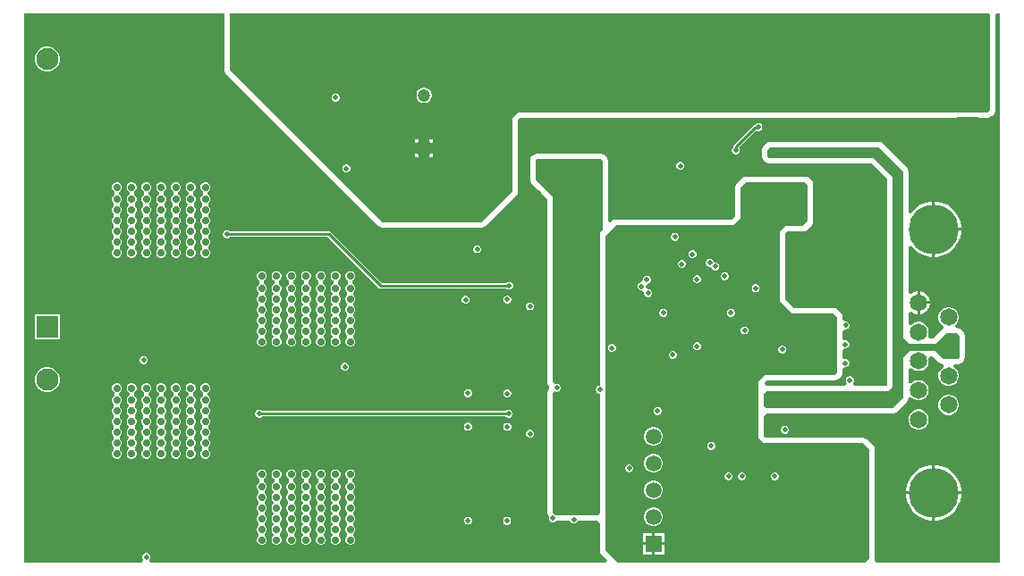
<source format=gbr>
%TF.GenerationSoftware,Altium Limited,Altium Designer,24.6.1 (21)*%
G04 Layer_Physical_Order=3*
G04 Layer_Color=16440176*
%FSLAX45Y45*%
%MOMM*%
%TF.SameCoordinates,FD53202A-208C-403B-AAB2-15DF5564725B*%
%TF.FilePolarity,Positive*%
%TF.FileFunction,Copper,L3,Inr,Signal*%
%TF.Part,Single*%
G01*
G75*
%TA.AperFunction,Conductor*%
%ADD39C,0.25400*%
%TA.AperFunction,ComponentPad*%
%ADD43C,2.10000*%
%ADD44R,2.10000X2.10000*%
%ADD45C,1.20000*%
%ADD46R,1.20000X1.20000*%
%ADD47C,1.65000*%
%ADD48C,4.72500*%
%ADD49C,1.50000*%
%ADD50R,1.50000X1.50000*%
%TA.AperFunction,ViaPad*%
%ADD51C,0.70000*%
%ADD52C,0.50000*%
%ADD53C,0.80000*%
G36*
X11709400Y12344400D02*
Y11442700D01*
X11684000Y11417300D01*
X7239000D01*
X7188200Y11366500D01*
Y10668000D01*
X6896100Y10375900D01*
X5956300D01*
X5842000Y10490200D01*
X4508500Y11823700D01*
Y12356602D01*
X11697198D01*
X11709400Y12344400D01*
D02*
G37*
G36*
X9982200Y10731500D02*
Y10388600D01*
X9931400Y10337800D01*
X9766300D01*
X9715500Y10287000D01*
Y9626600D01*
X9829800Y9512300D01*
X10223500D01*
X10261600Y9474200D01*
Y8953500D01*
X10236200Y8928100D01*
X9575800D01*
X9512300Y8864600D01*
Y8331200D01*
X9563100Y8280400D01*
X10502900D01*
X10566400Y8216900D01*
Y7188200D01*
X10528798Y7150598D01*
X8178302D01*
X8064500Y7264400D01*
X8064500Y10248900D01*
X8166100Y10350500D01*
X9283699Y10350499D01*
X9347200Y10414000D01*
Y10706100D01*
X9398000Y10756900D01*
X9956800D01*
X9982200Y10731500D01*
D02*
G37*
G36*
X11797802Y7150598D02*
X10632920D01*
X10627683Y7155586D01*
X10615768Y7175998D01*
X10618195Y7188200D01*
Y8216900D01*
X10614253Y8236721D01*
X10603025Y8253525D01*
X10539525Y8317025D01*
X10522721Y8328253D01*
X10502900Y8332195D01*
X9584554D01*
X9564095Y8352654D01*
Y8537761D01*
X9588500Y8558805D01*
X10782300D01*
X10802121Y8562747D01*
X10818925Y8573975D01*
X10920525Y8675575D01*
X10931753Y8692379D01*
X10935122Y8709319D01*
X10940168Y8712764D01*
X10941819Y8713519D01*
X10961095Y8717672D01*
X10973246Y8705521D01*
X10994954Y8692988D01*
X11019167Y8686500D01*
X11044233D01*
X11068446Y8692988D01*
X11090154Y8705521D01*
X11107879Y8723246D01*
X11120412Y8744954D01*
X11126900Y8769167D01*
Y8794233D01*
X11120412Y8818446D01*
X11107879Y8840154D01*
X11090154Y8857879D01*
X11068446Y8870412D01*
X11044233Y8876900D01*
X11019167D01*
X10994954Y8870412D01*
X10973246Y8857879D01*
X10961095Y8845728D01*
X10937889Y8852930D01*
X10935695Y8854520D01*
Y8985880D01*
X10937889Y8987470D01*
X10961095Y8994672D01*
X10973246Y8982521D01*
X10994954Y8969988D01*
X11019167Y8963500D01*
X11044233D01*
X11068446Y8969988D01*
X11090154Y8982521D01*
X11107879Y9000246D01*
X11120412Y9021955D01*
X11126900Y9046167D01*
Y9071234D01*
X11124684Y9079505D01*
X11142733Y9104905D01*
X11167246D01*
X11228275Y9043875D01*
X11245079Y9032647D01*
X11263067Y9029069D01*
X11265623Y9024476D01*
X11269242Y9003305D01*
X11257246Y8996379D01*
X11239521Y8978654D01*
X11226988Y8956946D01*
X11220500Y8932733D01*
Y8907667D01*
X11226988Y8883454D01*
X11239521Y8861746D01*
X11257246Y8844021D01*
X11278954Y8831488D01*
X11303167Y8825000D01*
X11328233D01*
X11352446Y8831488D01*
X11374154Y8844021D01*
X11391879Y8861746D01*
X11404412Y8883454D01*
X11410900Y8907667D01*
Y8932733D01*
X11404412Y8956946D01*
X11391879Y8978654D01*
X11374154Y8996379D01*
X11362158Y9003305D01*
X11368964Y9028705D01*
X11404600D01*
X11424421Y9032647D01*
X11441225Y9043875D01*
X11441225Y9043876D01*
X11453924Y9056575D01*
X11453925Y9056575D01*
X11465153Y9073379D01*
X11469095Y9093200D01*
X11469095Y9301660D01*
X11465153Y9321481D01*
X11453925Y9338285D01*
X11433786Y9358425D01*
X11416982Y9369653D01*
X11397161Y9373595D01*
X11382647D01*
X11375371Y9394522D01*
X11375128Y9398995D01*
X11391879Y9415746D01*
X11404412Y9437454D01*
X11410900Y9461667D01*
Y9486733D01*
X11404412Y9510946D01*
X11391879Y9532654D01*
X11374154Y9550379D01*
X11352446Y9562912D01*
X11328233Y9569400D01*
X11303167D01*
X11278954Y9562912D01*
X11257246Y9550379D01*
X11239521Y9532654D01*
X11226988Y9510946D01*
X11220500Y9486733D01*
Y9461667D01*
X11226988Y9437454D01*
X11239521Y9415746D01*
X11257246Y9398021D01*
X11264462Y9393855D01*
X11265891Y9388104D01*
X11263573Y9365038D01*
X11253675Y9358425D01*
X11167246Y9271995D01*
X11134177D01*
X11119512Y9297395D01*
X11120412Y9298954D01*
X11126900Y9323167D01*
Y9348234D01*
X11120412Y9372446D01*
X11107879Y9394154D01*
X11090154Y9411879D01*
X11068446Y9424412D01*
X11044233Y9430900D01*
X11019167D01*
X10994954Y9424412D01*
X10973246Y9411879D01*
X10961095Y9399728D01*
X10937890Y9406930D01*
X10935695Y9408520D01*
Y9520190D01*
X10961095Y9530711D01*
X10965448Y9526359D01*
X10990052Y9512153D01*
X11017495Y9504800D01*
X11019000D01*
Y9612701D01*
Y9720600D01*
X11017495D01*
X10990052Y9713247D01*
X10965448Y9699042D01*
X10961095Y9694689D01*
X10935695Y9705210D01*
Y10147724D01*
X10961095Y10155429D01*
X10970463Y10141408D01*
X11006908Y10104963D01*
X11049762Y10076329D01*
X11097380Y10056605D01*
X11147930Y10046550D01*
X11161000D01*
Y10308200D01*
Y10569850D01*
X11147930D01*
X11097380Y10559795D01*
X11049762Y10540071D01*
X11006908Y10511437D01*
X10970463Y10474992D01*
X10961095Y10460971D01*
X10935695Y10468677D01*
Y10858500D01*
X10931752Y10878321D01*
X10920524Y10895125D01*
X10920523Y10895125D01*
X10691925Y11123725D01*
X10675121Y11134953D01*
X10655300Y11138895D01*
X9626600D01*
X9606779Y11134953D01*
X9589975Y11123725D01*
X9564575Y11098325D01*
X9553347Y11081521D01*
X9549405Y11061700D01*
Y10998201D01*
X9549405Y10998200D01*
X9553347Y10978379D01*
X9564575Y10961575D01*
X9577275Y10948875D01*
X9594079Y10937647D01*
X9613900Y10933705D01*
X10583046Y10933704D01*
X10730505Y10786246D01*
Y8835254D01*
X10722745Y8827495D01*
X10421734D01*
X10411213Y8852895D01*
X10412493Y8854175D01*
X10418232Y8868031D01*
Y8883029D01*
X10412493Y8896885D01*
X10401887Y8907491D01*
X10388031Y8913230D01*
X10373033D01*
X10359177Y8907491D01*
X10348571Y8896885D01*
X10342832Y8883029D01*
Y8868031D01*
X10348571Y8854175D01*
X10349851Y8852895D01*
X10339330Y8827495D01*
X9588500D01*
X9584424Y8830109D01*
X9578155Y8857205D01*
X9597254Y8876305D01*
X10236200D01*
X10256021Y8880247D01*
X10272824Y8891475D01*
X10298224Y8916874D01*
X10298225Y8916875D01*
X10309453Y8933679D01*
X10313395Y8953499D01*
Y8981343D01*
X10330746Y9001649D01*
X10345744D01*
X10359601Y9007388D01*
X10370206Y9017993D01*
X10375945Y9031850D01*
Y9046848D01*
X10370206Y9060704D01*
X10359601Y9071309D01*
X10345744Y9077049D01*
X10330746D01*
X10313395Y9097355D01*
Y9159143D01*
X10330746Y9179449D01*
X10345744D01*
X10359601Y9185188D01*
X10370206Y9195793D01*
X10375945Y9209650D01*
Y9224648D01*
X10370206Y9238504D01*
X10359601Y9249109D01*
X10345744Y9254849D01*
X10330746D01*
X10313395Y9275155D01*
Y9338868D01*
X10333535Y9358019D01*
X10348533D01*
X10362389Y9363759D01*
X10372994Y9374364D01*
X10378734Y9388220D01*
Y9403218D01*
X10372994Y9417074D01*
X10362389Y9427680D01*
X10348533Y9433419D01*
X10333535D01*
X10313395Y9452570D01*
Y9474200D01*
X10309453Y9494021D01*
X10298225Y9510825D01*
X10298224Y9510825D01*
X10260125Y9548925D01*
X10243321Y9560153D01*
X10223500Y9564095D01*
X9851254D01*
X9767295Y9648054D01*
Y10265546D01*
X9787754Y10286005D01*
X9931400D01*
X9951221Y10289947D01*
X9968025Y10301175D01*
X10018825Y10351975D01*
X10030053Y10368779D01*
X10033995Y10388600D01*
Y10731500D01*
X10030053Y10751321D01*
X10018825Y10768125D01*
X9993425Y10793525D01*
X9976621Y10804753D01*
X9956800Y10808695D01*
X9398000D01*
X9378179Y10804753D01*
X9361375Y10793525D01*
X9310575Y10742725D01*
X9299347Y10725921D01*
X9295405Y10706100D01*
Y10435454D01*
X9262245Y10402295D01*
X8166100Y10402295D01*
X8146278Y10398352D01*
X8129475Y10387125D01*
X8114362Y10372011D01*
X8090895Y10381732D01*
Y10960099D01*
X8090895Y10960100D01*
X8086953Y10979921D01*
X8075725Y10996725D01*
X8063025Y11009425D01*
X8046221Y11020653D01*
X8026400Y11024595D01*
X7416801D01*
X7416800Y11024595D01*
X7396979Y11020653D01*
X7380175Y11009425D01*
X7367475Y10996725D01*
X7356247Y10979921D01*
X7352305Y10960100D01*
Y10782300D01*
X7356247Y10762479D01*
X7367475Y10745675D01*
X7517405Y10595746D01*
X7517405Y8856078D01*
X7518839Y8848865D01*
X7519487Y8841539D01*
X7520795Y8839031D01*
X7521347Y8836257D01*
X7525434Y8830141D01*
X7528835Y8823621D01*
X7530522Y8821524D01*
X7530653Y8821414D01*
X7530734Y8821262D01*
X7533068Y8817393D01*
X7534385Y8811892D01*
Y8798205D01*
X7533072Y8792739D01*
X7530734Y8788865D01*
X7530653Y8788713D01*
X7530521Y8788603D01*
X7528835Y8786505D01*
X7525434Y8779986D01*
X7521347Y8773870D01*
X7520795Y8771095D01*
X7519487Y8768588D01*
X7518839Y8761262D01*
X7517405Y8754049D01*
Y7620000D01*
X7521347Y7600178D01*
X7532575Y7583375D01*
X7532576Y7583374D01*
X7533832Y7582119D01*
X7530947Y7575155D01*
Y7560156D01*
X7536686Y7546300D01*
X7547292Y7535695D01*
X7561148Y7529955D01*
X7576146D01*
X7590002Y7535695D01*
X7597112Y7542805D01*
X7731071D01*
X7735286Y7532630D01*
X7745891Y7522025D01*
X7759747Y7516285D01*
X7774745D01*
X7788602Y7522025D01*
X7799207Y7532630D01*
X7803421Y7542805D01*
X7988300D01*
X8012705Y7521761D01*
Y7264400D01*
X8016647Y7244579D01*
X8027875Y7227775D01*
X8027876Y7227775D01*
X8081586Y7174064D01*
X8071866Y7150598D01*
X3759495D01*
X3749513Y7175998D01*
X3753061Y7179545D01*
X3758800Y7193401D01*
Y7208399D01*
X3753061Y7222255D01*
X3742455Y7232861D01*
X3728599Y7238600D01*
X3713601D01*
X3699745Y7232861D01*
X3689139Y7222255D01*
X3683400Y7208399D01*
Y7193401D01*
X3689139Y7179545D01*
X3692687Y7175998D01*
X3682705Y7150598D01*
X2565898D01*
Y12356602D01*
X4456705D01*
Y11823700D01*
X4460647Y11803879D01*
X4471875Y11787075D01*
X5805375Y10453575D01*
X5919675Y10339275D01*
X5936479Y10328047D01*
X5956300Y10324105D01*
X6896099D01*
X6896100Y10324105D01*
X6915921Y10328047D01*
X6932725Y10339275D01*
X7224825Y10631375D01*
X7236053Y10648179D01*
X7239995Y10668000D01*
Y11345046D01*
X7260454Y11365505D01*
X11684000D01*
X11703821Y11369447D01*
X11720625Y11380675D01*
X11746025Y11406075D01*
X11757253Y11422879D01*
X11761195Y11442700D01*
Y12344400D01*
X11771210Y12356602D01*
X11797802D01*
Y7150598D01*
D02*
G37*
G36*
X10883899Y10858500D02*
X10883900Y9283700D01*
X10947400Y9220200D01*
X11188700D01*
X11290300Y9321800D01*
X11397161D01*
X11417300Y9301660D01*
X11417300Y9093200D01*
X11404600Y9080500D01*
X11264900D01*
X11188700Y9156700D01*
X10947400D01*
X10883900Y9093200D01*
Y8712200D01*
X10782300Y8610600D01*
X9588500D01*
X9564095Y8635005D01*
Y8751295D01*
X9588500Y8775700D01*
X10744200D01*
X10782300Y8813800D01*
Y10807700D01*
X10604500Y10985499D01*
X9613900Y10985500D01*
X9601200Y10998200D01*
Y11061700D01*
X9626600Y11087100D01*
X10655300D01*
X10883899Y10858500D01*
D02*
G37*
G36*
X8039100Y10960100D02*
Y10296750D01*
X8027875Y10285525D01*
X8016647Y10268721D01*
X8012705Y10248900D01*
X8012705Y8826100D01*
X8006201D01*
X7992345Y8820361D01*
X7981739Y8809755D01*
X7976000Y8795899D01*
Y8780901D01*
X7981739Y8767045D01*
X7992345Y8756439D01*
X8006201Y8750700D01*
X8012705D01*
Y7619005D01*
X7988300Y7594600D01*
X7595018D01*
X7590002Y7599616D01*
X7589288Y7599912D01*
X7569200Y7620000D01*
Y8754049D01*
X7570887Y8756147D01*
X7594600Y8768928D01*
X7598377Y8767363D01*
X7613376D01*
X7627232Y8773103D01*
X7637837Y8783708D01*
X7643577Y8797564D01*
Y8812563D01*
X7637837Y8826419D01*
X7627232Y8837024D01*
X7613376Y8842763D01*
X7598377D01*
X7594600Y8841199D01*
X7570887Y8853980D01*
X7569200Y8856078D01*
X7569200Y10617200D01*
X7404100Y10782300D01*
Y10960100D01*
X7416800Y10972800D01*
X8026400D01*
X8039100Y10960100D01*
D02*
G37*
%LPC*%
G36*
X5519299Y11594700D02*
X5504301D01*
X5490445Y11588961D01*
X5479839Y11578355D01*
X5474100Y11564499D01*
Y11549501D01*
X5479839Y11535645D01*
X5490445Y11525039D01*
X5504301Y11519300D01*
X5519299D01*
X5533155Y11525039D01*
X5543761Y11535645D01*
X5549500Y11549501D01*
Y11564499D01*
X5543761Y11578355D01*
X5533155Y11588961D01*
X5519299Y11594700D01*
D02*
G37*
G36*
X6359571Y11651100D02*
X6340429D01*
X6321939Y11646146D01*
X6305361Y11636574D01*
X6291826Y11623039D01*
X6282254Y11606461D01*
X6277300Y11587971D01*
Y11568829D01*
X6282254Y11550339D01*
X6291826Y11533761D01*
X6305361Y11520226D01*
X6321939Y11510654D01*
X6340429Y11505700D01*
X6359571D01*
X6378061Y11510654D01*
X6394639Y11520226D01*
X6408174Y11533761D01*
X6417746Y11550339D01*
X6422700Y11568829D01*
Y11587971D01*
X6417746Y11606461D01*
X6408174Y11623039D01*
X6394639Y11636574D01*
X6378061Y11646146D01*
X6359571Y11651100D01*
D02*
G37*
G36*
X6435400Y11163800D02*
X6400000D01*
Y11128400D01*
X6435400D01*
Y11163800D01*
D02*
G37*
G36*
X6300000D02*
X6264600D01*
Y11128400D01*
X6300000D01*
Y11163800D01*
D02*
G37*
G36*
X6435400Y11028400D02*
X6400000D01*
Y10993000D01*
X6435400D01*
Y11028400D01*
D02*
G37*
G36*
X6300000D02*
X6264600D01*
Y10993000D01*
X6300000D01*
Y11028400D01*
D02*
G37*
G36*
X5620899Y10921600D02*
X5605901D01*
X5592045Y10915861D01*
X5581439Y10905255D01*
X5575700Y10891399D01*
Y10876401D01*
X5581439Y10862545D01*
X5592045Y10851939D01*
X5605901Y10846200D01*
X5620899D01*
X5634755Y10851939D01*
X5645361Y10862545D01*
X5651100Y10876401D01*
Y10891399D01*
X5645361Y10905255D01*
X5634755Y10915861D01*
X5620899Y10921600D01*
D02*
G37*
G36*
X8732399Y10273900D02*
X8717401D01*
X8703545Y10268161D01*
X8692939Y10257555D01*
X8687200Y10243699D01*
Y10228701D01*
X8692939Y10214845D01*
X8703545Y10204239D01*
X8717401Y10198500D01*
X8732399D01*
X8746255Y10204239D01*
X8756861Y10214845D01*
X8762600Y10228701D01*
Y10243699D01*
X8756861Y10257555D01*
X8746255Y10268161D01*
X8732399Y10273900D01*
D02*
G37*
G36*
X8897499Y10108800D02*
X8882501D01*
X8868645Y10103061D01*
X8858039Y10092455D01*
X8852300Y10078599D01*
Y10063601D01*
X8858039Y10049745D01*
X8868645Y10039139D01*
X8882501Y10033400D01*
X8897499D01*
X8911355Y10039139D01*
X8921961Y10049745D01*
X8927700Y10063601D01*
Y10078599D01*
X8921961Y10092455D01*
X8911355Y10103061D01*
X8897499Y10108800D01*
D02*
G37*
G36*
X8797619Y10016217D02*
X8782621D01*
X8768765Y10010478D01*
X8758160Y9999872D01*
X8752420Y9986016D01*
Y9971018D01*
X8758160Y9957162D01*
X8768765Y9946556D01*
X8782621Y9940817D01*
X8797619D01*
X8811475Y9946556D01*
X8822081Y9957162D01*
X8827820Y9971018D01*
Y9986016D01*
X8822081Y9999872D01*
X8811475Y10010478D01*
X8797619Y10016217D01*
D02*
G37*
G36*
X9063403Y10028242D02*
X9048405D01*
X9034548Y10022503D01*
X9023943Y10011898D01*
X9018204Y9998041D01*
Y9983043D01*
X9023943Y9969187D01*
X9034548Y9958582D01*
X9048405Y9952842D01*
X9063402D01*
X9069286Y9948911D01*
Y9946686D01*
X9075026Y9932830D01*
X9085631Y9922224D01*
X9099487Y9916485D01*
X9114485D01*
X9128341Y9922224D01*
X9138947Y9932830D01*
X9144686Y9946686D01*
Y9961684D01*
X9138947Y9975540D01*
X9128341Y9986145D01*
X9114485Y9991885D01*
X9099487D01*
X9093604Y9995816D01*
Y9998041D01*
X9087864Y10011898D01*
X9077259Y10022503D01*
X9063403Y10028242D01*
D02*
G37*
G36*
X9203220Y9901303D02*
X9188221D01*
X9174365Y9895564D01*
X9163760Y9884959D01*
X9158021Y9871102D01*
Y9856104D01*
X9163760Y9842248D01*
X9174365Y9831643D01*
X9188221Y9825903D01*
X9203220D01*
X9217076Y9831643D01*
X9227681Y9842248D01*
X9233420Y9856104D01*
Y9871102D01*
X9227681Y9884959D01*
X9217076Y9895564D01*
X9203220Y9901303D01*
D02*
G37*
G36*
X8942084Y9871938D02*
X8927086D01*
X8913229Y9866199D01*
X8902624Y9855593D01*
X8896885Y9841737D01*
Y9826739D01*
X8902624Y9812883D01*
X8913229Y9802278D01*
X8927086Y9796538D01*
X8942084D01*
X8955940Y9802278D01*
X8966545Y9812883D01*
X8972285Y9826739D01*
Y9841737D01*
X8966545Y9855593D01*
X8955940Y9866199D01*
X8942084Y9871938D01*
D02*
G37*
G36*
X9496519Y9785542D02*
X9481521D01*
X9467665Y9779803D01*
X9457060Y9769198D01*
X9451320Y9755341D01*
Y9740343D01*
X9457060Y9726487D01*
X9467665Y9715882D01*
X9481521Y9710142D01*
X9496519D01*
X9510376Y9715882D01*
X9520981Y9726487D01*
X9526720Y9740343D01*
Y9755341D01*
X9520981Y9769198D01*
X9510376Y9779803D01*
X9496519Y9785542D01*
D02*
G37*
G36*
X8465699Y9867500D02*
X8450701D01*
X8436845Y9861761D01*
X8426239Y9851155D01*
X8420500Y9837299D01*
Y9827467D01*
X8418921Y9820850D01*
X8400588Y9804000D01*
X8399901D01*
X8386045Y9798261D01*
X8375439Y9787655D01*
X8369700Y9773799D01*
Y9758801D01*
X8375439Y9744945D01*
X8386045Y9734339D01*
X8399901Y9728600D01*
X8414899D01*
X8433200Y9710299D01*
Y9695301D01*
X8438939Y9681445D01*
X8449545Y9670839D01*
X8463401Y9665100D01*
X8478399D01*
X8492255Y9670839D01*
X8502861Y9681445D01*
X8508600Y9695301D01*
Y9710299D01*
X8502861Y9724155D01*
X8492255Y9734761D01*
X8478399Y9740500D01*
X8472254D01*
X8452130Y9761231D01*
X8452902Y9780970D01*
X8465012Y9792100D01*
X8465699D01*
X8479555Y9797839D01*
X8490161Y9808445D01*
X8495900Y9822301D01*
Y9837299D01*
X8490161Y9851155D01*
X8479555Y9861761D01*
X8465699Y9867500D01*
D02*
G37*
G36*
X9260282Y9553740D02*
X9245284D01*
X9231428Y9548000D01*
X9220822Y9537395D01*
X9215083Y9523539D01*
Y9508541D01*
X9220822Y9494685D01*
X9231428Y9484079D01*
X9245284Y9478340D01*
X9260282D01*
X9274138Y9484079D01*
X9284743Y9494685D01*
X9290483Y9508541D01*
Y9523539D01*
X9284743Y9537395D01*
X9274138Y9548000D01*
X9260282Y9553740D01*
D02*
G37*
G36*
X8623885D02*
X8608887D01*
X8595031Y9548000D01*
X8584426Y9537395D01*
X8578686Y9523539D01*
Y9508541D01*
X8584426Y9494685D01*
X8595031Y9484079D01*
X8608887Y9478340D01*
X8623885D01*
X8637742Y9484079D01*
X8648347Y9494685D01*
X8654086Y9508541D01*
Y9523539D01*
X8648347Y9537395D01*
X8637742Y9548000D01*
X8623885Y9553740D01*
D02*
G37*
G36*
X9391478Y9386253D02*
X9376480D01*
X9362624Y9380514D01*
X9352019Y9369909D01*
X9346279Y9356052D01*
Y9341054D01*
X9352019Y9327198D01*
X9362624Y9316593D01*
X9376480Y9310853D01*
X9391478D01*
X9405335Y9316593D01*
X9415940Y9327198D01*
X9421679Y9341054D01*
Y9356052D01*
X9415940Y9369909D01*
X9405335Y9380514D01*
X9391478Y9386253D01*
D02*
G37*
G36*
X8942084Y9235542D02*
X8927086D01*
X8913229Y9229802D01*
X8902624Y9219197D01*
X8896885Y9205341D01*
Y9190343D01*
X8902624Y9176486D01*
X8913229Y9165881D01*
X8927086Y9160142D01*
X8942084D01*
X8955940Y9165881D01*
X8966545Y9176486D01*
X8972285Y9190343D01*
Y9205341D01*
X8966545Y9219197D01*
X8955940Y9229802D01*
X8942084Y9235542D01*
D02*
G37*
G36*
X8135499Y9219800D02*
X8120501D01*
X8106645Y9214061D01*
X8096039Y9203455D01*
X8090300Y9189599D01*
Y9174601D01*
X8096039Y9160745D01*
X8106645Y9150139D01*
X8120501Y9144400D01*
X8135499D01*
X8149355Y9150139D01*
X8159961Y9160745D01*
X8165700Y9174601D01*
Y9189599D01*
X8159961Y9203455D01*
X8149355Y9214061D01*
X8135499Y9219800D01*
D02*
G37*
G36*
X9749745Y9205754D02*
X9734747D01*
X9720891Y9200015D01*
X9710285Y9189409D01*
X9704546Y9175553D01*
Y9160555D01*
X9710285Y9146699D01*
X9720891Y9136093D01*
X9734747Y9130354D01*
X9749745D01*
X9763601Y9136093D01*
X9774207Y9146699D01*
X9779946Y9160555D01*
Y9175553D01*
X9774207Y9189409D01*
X9763601Y9200015D01*
X9749745Y9205754D01*
D02*
G37*
G36*
X8712176Y9154513D02*
X8697177D01*
X8683321Y9148773D01*
X8672716Y9138168D01*
X8666977Y9124312D01*
Y9109314D01*
X8672716Y9095458D01*
X8683321Y9084852D01*
X8697177Y9079113D01*
X8712176D01*
X8726032Y9084852D01*
X8736637Y9095458D01*
X8742376Y9109314D01*
Y9124312D01*
X8736637Y9138168D01*
X8726032Y9148773D01*
X8712176Y9154513D01*
D02*
G37*
G36*
X8567299Y8622900D02*
X8552301D01*
X8538445Y8617161D01*
X8527839Y8606555D01*
X8522100Y8592699D01*
Y8577701D01*
X8527839Y8563845D01*
X8538445Y8553239D01*
X8552301Y8547500D01*
X8567299D01*
X8581155Y8553239D01*
X8591761Y8563845D01*
X8597500Y8577701D01*
Y8592699D01*
X8591761Y8606555D01*
X8581155Y8617161D01*
X8567299Y8622900D01*
D02*
G37*
G36*
X8533246Y8431600D02*
X8510154D01*
X8487849Y8425623D01*
X8467851Y8414077D01*
X8451523Y8397749D01*
X8439977Y8377751D01*
X8434000Y8355446D01*
Y8332354D01*
X8439977Y8310049D01*
X8451523Y8290051D01*
X8467851Y8273723D01*
X8487849Y8262177D01*
X8510154Y8256200D01*
X8533246D01*
X8555551Y8262177D01*
X8575549Y8273723D01*
X8591877Y8290051D01*
X8603423Y8310049D01*
X8609400Y8332354D01*
Y8355446D01*
X8603423Y8377751D01*
X8591877Y8397749D01*
X8575549Y8414077D01*
X8555551Y8425623D01*
X8533246Y8431600D01*
D02*
G37*
G36*
X9075299Y8292700D02*
X9060301D01*
X9046445Y8286961D01*
X9035839Y8276355D01*
X9030100Y8262499D01*
Y8247501D01*
X9035839Y8233645D01*
X9046445Y8223039D01*
X9060301Y8217300D01*
X9075299D01*
X9089155Y8223039D01*
X9099761Y8233645D01*
X9105500Y8247501D01*
Y8262499D01*
X9099761Y8276355D01*
X9089155Y8286961D01*
X9075299Y8292700D01*
D02*
G37*
G36*
X8299158Y8079324D02*
X8284160D01*
X8270303Y8073584D01*
X8259698Y8062979D01*
X8253959Y8049123D01*
Y8034125D01*
X8259698Y8020268D01*
X8270303Y8009663D01*
X8284160Y8003924D01*
X8299158D01*
X8313014Y8009663D01*
X8323619Y8020268D01*
X8329359Y8034125D01*
Y8049123D01*
X8323619Y8062979D01*
X8313014Y8073584D01*
X8299158Y8079324D01*
D02*
G37*
G36*
X8533246Y8177600D02*
X8510154D01*
X8487849Y8171623D01*
X8467851Y8160077D01*
X8451523Y8143749D01*
X8439977Y8123751D01*
X8434000Y8101446D01*
Y8078354D01*
X8439977Y8056049D01*
X8451523Y8036051D01*
X8467851Y8019723D01*
X8487849Y8008177D01*
X8510154Y8002200D01*
X8533246D01*
X8555551Y8008177D01*
X8575549Y8019723D01*
X8591877Y8036051D01*
X8603423Y8056049D01*
X8609400Y8078354D01*
Y8101446D01*
X8603423Y8123751D01*
X8591877Y8143749D01*
X8575549Y8160077D01*
X8555551Y8171623D01*
X8533246Y8177600D01*
D02*
G37*
G36*
X9239307Y8003395D02*
X9224309D01*
X9210453Y7997656D01*
X9199848Y7987051D01*
X9194108Y7973195D01*
Y7958196D01*
X9199848Y7944340D01*
X9210453Y7933735D01*
X9224309Y7927996D01*
X9239307D01*
X9253164Y7933735D01*
X9263769Y7944340D01*
X9269508Y7958196D01*
Y7973195D01*
X9263769Y7987051D01*
X9253164Y7997656D01*
X9239307Y8003395D01*
D02*
G37*
G36*
X9366307Y8002304D02*
X9351309D01*
X9337453Y7996564D01*
X9326848Y7985959D01*
X9321108Y7972103D01*
Y7957105D01*
X9326848Y7943249D01*
X9337453Y7932643D01*
X9351309Y7926904D01*
X9366307D01*
X9380164Y7932643D01*
X9390769Y7943249D01*
X9396508Y7957105D01*
Y7972103D01*
X9390769Y7985959D01*
X9380164Y7996564D01*
X9366307Y8002304D01*
D02*
G37*
G36*
X9677552Y8002237D02*
X9662554D01*
X9648698Y7996497D01*
X9638093Y7985892D01*
X9632353Y7972036D01*
Y7957038D01*
X9638093Y7943181D01*
X9648698Y7932576D01*
X9662554Y7926837D01*
X9677552D01*
X9691409Y7932576D01*
X9702014Y7943181D01*
X9707753Y7957038D01*
Y7972036D01*
X9702014Y7985892D01*
X9691409Y7996497D01*
X9677552Y8002237D01*
D02*
G37*
G36*
X8533246Y7923600D02*
X8510154D01*
X8487849Y7917623D01*
X8467851Y7906077D01*
X8451523Y7889749D01*
X8439977Y7869751D01*
X8434000Y7847446D01*
Y7824354D01*
X8439977Y7802049D01*
X8451523Y7782051D01*
X8467851Y7765723D01*
X8487849Y7754177D01*
X8510154Y7748200D01*
X8533246D01*
X8555551Y7754177D01*
X8575549Y7765723D01*
X8591877Y7782051D01*
X8603423Y7802049D01*
X8609400Y7824354D01*
Y7847446D01*
X8603423Y7869751D01*
X8591877Y7889749D01*
X8575549Y7906077D01*
X8555551Y7917623D01*
X8533246Y7923600D01*
D02*
G37*
G36*
Y7669600D02*
X8510154D01*
X8487849Y7663623D01*
X8467851Y7652077D01*
X8451523Y7635749D01*
X8439977Y7615751D01*
X8434000Y7593446D01*
Y7570354D01*
X8439977Y7548049D01*
X8451523Y7528051D01*
X8467851Y7511723D01*
X8487849Y7500177D01*
X8510154Y7494200D01*
X8533246D01*
X8555551Y7500177D01*
X8575549Y7511723D01*
X8591877Y7528051D01*
X8603423Y7548049D01*
X8609400Y7570354D01*
Y7593446D01*
X8603423Y7615751D01*
X8591877Y7635749D01*
X8575549Y7652077D01*
X8555551Y7663623D01*
X8533246Y7669600D01*
D02*
G37*
G36*
X8622100Y7428300D02*
X8534400D01*
Y7340600D01*
X8622100D01*
Y7428300D01*
D02*
G37*
G36*
X8509000D02*
X8421300D01*
Y7340600D01*
X8509000D01*
Y7428300D01*
D02*
G37*
G36*
X8622100Y7315200D02*
X8534400D01*
Y7227500D01*
X8622100D01*
Y7315200D01*
D02*
G37*
G36*
X8509000D02*
X8421300D01*
Y7227500D01*
X8509000D01*
Y7315200D01*
D02*
G37*
G36*
X2796796Y12039000D02*
X2765804D01*
X2735870Y12030979D01*
X2709030Y12015483D01*
X2687117Y11993570D01*
X2671621Y11966730D01*
X2663600Y11936796D01*
Y11905804D01*
X2671621Y11875870D01*
X2687117Y11849030D01*
X2709030Y11827117D01*
X2735870Y11811621D01*
X2765804Y11803600D01*
X2796796D01*
X2826730Y11811621D01*
X2853570Y11827117D01*
X2875483Y11849030D01*
X2890979Y11875870D01*
X2899000Y11905804D01*
Y11936796D01*
X2890979Y11966730D01*
X2875483Y11993570D01*
X2853570Y12015483D01*
X2826730Y12030979D01*
X2796796Y12039000D01*
D02*
G37*
G36*
X9522643Y11314752D02*
X9507645D01*
X9493788Y11309013D01*
X9483183Y11298408D01*
X9483115Y11298243D01*
X9481646D01*
X9471735Y11296272D01*
X9463333Y11290658D01*
X9285163Y11112487D01*
X9279549Y11104085D01*
X9277577Y11094175D01*
Y11088177D01*
X9269004Y11079604D01*
X9263265Y11065748D01*
Y11050750D01*
X9269004Y11036893D01*
X9279610Y11026288D01*
X9293466Y11020549D01*
X9308464D01*
X9322320Y11026288D01*
X9332925Y11036893D01*
X9338665Y11050750D01*
Y11065748D01*
X9332925Y11079604D01*
X9329373Y11083157D01*
Y11083448D01*
X9492373Y11246448D01*
X9492432D01*
X9493788Y11245092D01*
X9507645Y11239352D01*
X9522643D01*
X9536499Y11245092D01*
X9547104Y11255697D01*
X9552844Y11269553D01*
Y11284551D01*
X9547104Y11298408D01*
X9536499Y11309013D01*
X9522643Y11314752D01*
D02*
G37*
G36*
X8783199Y10947000D02*
X8768201D01*
X8754345Y10941261D01*
X8743739Y10930655D01*
X8738000Y10916799D01*
Y10901801D01*
X8743739Y10887945D01*
X8754345Y10877339D01*
X8768201Y10871600D01*
X8783199D01*
X8797055Y10877339D01*
X8807661Y10887945D01*
X8813400Y10901801D01*
Y10916799D01*
X8807661Y10930655D01*
X8797055Y10941261D01*
X8783199Y10947000D01*
D02*
G37*
G36*
X11199470Y10569850D02*
X11186400D01*
Y10320900D01*
X11435350D01*
Y10333970D01*
X11425295Y10384521D01*
X11405571Y10432138D01*
X11376937Y10474992D01*
X11340492Y10511437D01*
X11297638Y10540071D01*
X11250020Y10559795D01*
X11199470Y10569850D01*
D02*
G37*
G36*
X6860811Y10156643D02*
X6845813D01*
X6831956Y10150904D01*
X6821351Y10140299D01*
X6815612Y10126443D01*
Y10111444D01*
X6821351Y10097588D01*
X6831956Y10086983D01*
X6845813Y10081243D01*
X6860811D01*
X6874667Y10086983D01*
X6885272Y10097588D01*
X6891012Y10111444D01*
Y10126443D01*
X6885272Y10140299D01*
X6874667Y10150904D01*
X6860811Y10156643D01*
D02*
G37*
G36*
X11435350Y10295500D02*
X11186400D01*
Y10046550D01*
X11199470D01*
X11250020Y10056605D01*
X11297638Y10076329D01*
X11340492Y10104963D01*
X11376937Y10141408D01*
X11405571Y10184262D01*
X11425295Y10231880D01*
X11435350Y10282430D01*
Y10295500D01*
D02*
G37*
G36*
X4289388Y10753800D02*
X4270412D01*
X4252880Y10746538D01*
X4239462Y10733120D01*
X4232200Y10715588D01*
Y10696612D01*
X4239462Y10679080D01*
X4252880Y10665662D01*
X4260039Y10662696D01*
Y10635204D01*
X4252880Y10632238D01*
X4239462Y10618820D01*
X4232200Y10601288D01*
Y10582312D01*
X4239462Y10564780D01*
X4248094Y10556148D01*
X4250936Y10541000D01*
X4248094Y10525852D01*
X4239462Y10517220D01*
X4232200Y10499688D01*
Y10480712D01*
X4239462Y10463180D01*
X4248094Y10454548D01*
X4250936Y10439400D01*
X4248094Y10424252D01*
X4239462Y10415620D01*
X4232200Y10398088D01*
Y10379112D01*
X4239462Y10361580D01*
X4248094Y10352948D01*
X4250936Y10337800D01*
X4248094Y10322652D01*
X4239462Y10314020D01*
X4232200Y10296488D01*
Y10277512D01*
X4239462Y10259980D01*
X4248094Y10251348D01*
X4250936Y10236200D01*
X4248094Y10221052D01*
X4239462Y10212420D01*
X4232200Y10194888D01*
Y10175912D01*
X4239462Y10158380D01*
X4248094Y10149748D01*
X4250936Y10134600D01*
X4248094Y10119452D01*
X4239462Y10110820D01*
X4232200Y10093288D01*
Y10074312D01*
X4239462Y10056780D01*
X4252880Y10043362D01*
X4270412Y10036100D01*
X4289388D01*
X4306920Y10043362D01*
X4320338Y10056780D01*
X4327600Y10074312D01*
Y10093288D01*
X4320338Y10110820D01*
X4311706Y10119452D01*
X4308864Y10134600D01*
X4311706Y10149748D01*
X4320338Y10158380D01*
X4327600Y10175912D01*
Y10194888D01*
X4320338Y10212420D01*
X4311706Y10221052D01*
X4308864Y10236200D01*
X4311706Y10251348D01*
X4320338Y10259980D01*
X4327600Y10277512D01*
Y10296488D01*
X4320338Y10314020D01*
X4311706Y10322652D01*
X4308864Y10337800D01*
X4311706Y10352948D01*
X4320338Y10361580D01*
X4327600Y10379112D01*
Y10398088D01*
X4320338Y10415620D01*
X4311706Y10424252D01*
X4308864Y10439400D01*
X4311706Y10454548D01*
X4320338Y10463180D01*
X4327600Y10480712D01*
Y10499688D01*
X4320338Y10517220D01*
X4311706Y10525852D01*
X4308864Y10541000D01*
X4311706Y10556148D01*
X4320338Y10564780D01*
X4327600Y10582312D01*
Y10601288D01*
X4320338Y10618820D01*
X4306920Y10632238D01*
X4299761Y10635204D01*
Y10662696D01*
X4306920Y10665662D01*
X4320338Y10679080D01*
X4327600Y10696612D01*
Y10715588D01*
X4320338Y10733120D01*
X4306920Y10746538D01*
X4289388Y10753800D01*
D02*
G37*
G36*
X4149688D02*
X4130712D01*
X4113180Y10746538D01*
X4099762Y10733120D01*
X4092500Y10715588D01*
Y10696612D01*
X4099762Y10679080D01*
X4113180Y10665662D01*
X4120339Y10662696D01*
Y10635204D01*
X4113180Y10632238D01*
X4099762Y10618820D01*
X4092500Y10601288D01*
Y10582312D01*
X4099762Y10564780D01*
X4108394Y10556148D01*
X4111236Y10541000D01*
X4108394Y10525852D01*
X4099762Y10517220D01*
X4092500Y10499688D01*
Y10480712D01*
X4099762Y10463180D01*
X4108394Y10454548D01*
X4111236Y10439400D01*
X4108394Y10424252D01*
X4099762Y10415620D01*
X4092500Y10398088D01*
Y10379112D01*
X4099762Y10361580D01*
X4108394Y10352948D01*
X4111236Y10337800D01*
X4108394Y10322652D01*
X4099762Y10314020D01*
X4092500Y10296488D01*
Y10277512D01*
X4099762Y10259980D01*
X4108394Y10251348D01*
X4111236Y10236200D01*
X4108394Y10221052D01*
X4099762Y10212420D01*
X4092500Y10194888D01*
Y10175912D01*
X4099762Y10158380D01*
X4108394Y10149748D01*
X4111236Y10134600D01*
X4108394Y10119452D01*
X4099762Y10110820D01*
X4092500Y10093288D01*
Y10074312D01*
X4099762Y10056780D01*
X4113180Y10043362D01*
X4130712Y10036100D01*
X4149688D01*
X4167220Y10043362D01*
X4180638Y10056780D01*
X4187900Y10074312D01*
Y10093288D01*
X4180638Y10110820D01*
X4172006Y10119452D01*
X4169164Y10134600D01*
X4172006Y10149748D01*
X4180638Y10158380D01*
X4187900Y10175912D01*
Y10194888D01*
X4180638Y10212420D01*
X4172006Y10221052D01*
X4169164Y10236200D01*
X4172006Y10251348D01*
X4180638Y10259980D01*
X4187900Y10277512D01*
Y10296488D01*
X4180638Y10314020D01*
X4172006Y10322652D01*
X4169164Y10337800D01*
X4172006Y10352948D01*
X4180638Y10361580D01*
X4187900Y10379112D01*
Y10398088D01*
X4180638Y10415620D01*
X4172006Y10424252D01*
X4169164Y10439400D01*
X4172006Y10454548D01*
X4180638Y10463180D01*
X4187900Y10480712D01*
Y10499688D01*
X4180638Y10517220D01*
X4172006Y10525852D01*
X4169164Y10541000D01*
X4172006Y10556148D01*
X4180638Y10564780D01*
X4187900Y10582312D01*
Y10601288D01*
X4180638Y10618820D01*
X4167220Y10632238D01*
X4160061Y10635204D01*
Y10662696D01*
X4167220Y10665662D01*
X4180638Y10679080D01*
X4187900Y10696612D01*
Y10715588D01*
X4180638Y10733120D01*
X4167220Y10746538D01*
X4149688Y10753800D01*
D02*
G37*
G36*
X4009988D02*
X3991012D01*
X3973480Y10746538D01*
X3960062Y10733120D01*
X3952800Y10715588D01*
Y10696612D01*
X3960062Y10679080D01*
X3973480Y10665662D01*
X3980639Y10662696D01*
Y10635204D01*
X3973480Y10632238D01*
X3960062Y10618820D01*
X3952800Y10601288D01*
Y10582312D01*
X3960062Y10564780D01*
X3968694Y10556148D01*
X3971536Y10541000D01*
X3968694Y10525852D01*
X3960062Y10517220D01*
X3952800Y10499688D01*
Y10480712D01*
X3960062Y10463180D01*
X3968694Y10454548D01*
X3971536Y10439400D01*
X3968694Y10424252D01*
X3960062Y10415620D01*
X3952800Y10398088D01*
Y10379112D01*
X3960062Y10361580D01*
X3968694Y10352948D01*
X3971536Y10337800D01*
X3968694Y10322652D01*
X3960062Y10314020D01*
X3952800Y10296488D01*
Y10277512D01*
X3960062Y10259980D01*
X3968694Y10251348D01*
X3971536Y10236200D01*
X3968694Y10221052D01*
X3960062Y10212420D01*
X3952800Y10194888D01*
Y10175912D01*
X3960062Y10158380D01*
X3968694Y10149748D01*
X3971536Y10134600D01*
X3968694Y10119452D01*
X3960062Y10110820D01*
X3952800Y10093288D01*
Y10074312D01*
X3960062Y10056780D01*
X3973480Y10043362D01*
X3991012Y10036100D01*
X4009988D01*
X4027520Y10043362D01*
X4040938Y10056780D01*
X4048200Y10074312D01*
Y10093288D01*
X4040938Y10110820D01*
X4032306Y10119452D01*
X4029464Y10134600D01*
X4032306Y10149748D01*
X4040938Y10158380D01*
X4048200Y10175912D01*
Y10194888D01*
X4040938Y10212420D01*
X4032306Y10221052D01*
X4029464Y10236200D01*
X4032306Y10251348D01*
X4040938Y10259980D01*
X4048200Y10277512D01*
Y10296488D01*
X4040938Y10314020D01*
X4032306Y10322652D01*
X4029464Y10337800D01*
X4032306Y10352948D01*
X4040938Y10361580D01*
X4048200Y10379112D01*
Y10398088D01*
X4040938Y10415620D01*
X4032306Y10424252D01*
X4029464Y10439400D01*
X4032306Y10454548D01*
X4040938Y10463180D01*
X4048200Y10480712D01*
Y10499688D01*
X4040938Y10517220D01*
X4032306Y10525852D01*
X4029464Y10541000D01*
X4032306Y10556148D01*
X4040938Y10564780D01*
X4048200Y10582312D01*
Y10601288D01*
X4040938Y10618820D01*
X4027520Y10632238D01*
X4020361Y10635204D01*
Y10662696D01*
X4027520Y10665662D01*
X4040938Y10679080D01*
X4048200Y10696612D01*
Y10715588D01*
X4040938Y10733120D01*
X4027520Y10746538D01*
X4009988Y10753800D01*
D02*
G37*
G36*
X3870288D02*
X3851312D01*
X3833780Y10746538D01*
X3820362Y10733120D01*
X3813100Y10715588D01*
Y10696612D01*
X3820362Y10679080D01*
X3833780Y10665662D01*
X3840939Y10662696D01*
Y10635204D01*
X3833780Y10632238D01*
X3820362Y10618820D01*
X3813100Y10601288D01*
Y10582312D01*
X3820362Y10564780D01*
X3828994Y10556148D01*
X3831836Y10541000D01*
X3828994Y10525852D01*
X3820362Y10517220D01*
X3813100Y10499688D01*
Y10480712D01*
X3820362Y10463180D01*
X3828994Y10454548D01*
X3831836Y10439400D01*
X3828994Y10424252D01*
X3820362Y10415620D01*
X3813100Y10398088D01*
Y10379112D01*
X3820362Y10361580D01*
X3828994Y10352948D01*
X3831836Y10337800D01*
X3828994Y10322652D01*
X3820362Y10314020D01*
X3813100Y10296488D01*
Y10277512D01*
X3820362Y10259980D01*
X3828994Y10251348D01*
X3831836Y10236200D01*
X3828994Y10221052D01*
X3820362Y10212420D01*
X3813100Y10194888D01*
Y10175912D01*
X3820362Y10158380D01*
X3828994Y10149748D01*
X3831836Y10134600D01*
X3828994Y10119452D01*
X3820362Y10110820D01*
X3813100Y10093288D01*
Y10074312D01*
X3820362Y10056780D01*
X3833780Y10043362D01*
X3851312Y10036100D01*
X3870288D01*
X3887820Y10043362D01*
X3901238Y10056780D01*
X3908500Y10074312D01*
Y10093288D01*
X3901238Y10110820D01*
X3892606Y10119452D01*
X3889764Y10134600D01*
X3892606Y10149748D01*
X3901238Y10158380D01*
X3908500Y10175912D01*
Y10194888D01*
X3901238Y10212420D01*
X3892606Y10221052D01*
X3889764Y10236200D01*
X3892606Y10251348D01*
X3901238Y10259980D01*
X3908500Y10277512D01*
Y10296488D01*
X3901238Y10314020D01*
X3892606Y10322652D01*
X3889764Y10337800D01*
X3892606Y10352948D01*
X3901238Y10361580D01*
X3908500Y10379112D01*
Y10398088D01*
X3901238Y10415620D01*
X3892606Y10424252D01*
X3889764Y10439400D01*
X3892606Y10454548D01*
X3901238Y10463180D01*
X3908500Y10480712D01*
Y10499688D01*
X3901238Y10517220D01*
X3892606Y10525852D01*
X3889764Y10541000D01*
X3892606Y10556148D01*
X3901238Y10564780D01*
X3908500Y10582312D01*
Y10601288D01*
X3901238Y10618820D01*
X3887820Y10632238D01*
X3880661Y10635204D01*
Y10662696D01*
X3887820Y10665662D01*
X3901238Y10679080D01*
X3908500Y10696612D01*
Y10715588D01*
X3901238Y10733120D01*
X3887820Y10746538D01*
X3870288Y10753800D01*
D02*
G37*
G36*
X3730588D02*
X3711612D01*
X3694080Y10746538D01*
X3680662Y10733120D01*
X3673400Y10715588D01*
Y10696612D01*
X3680662Y10679080D01*
X3694080Y10665662D01*
X3701239Y10662696D01*
Y10635204D01*
X3694080Y10632238D01*
X3680662Y10618820D01*
X3673400Y10601288D01*
Y10582312D01*
X3680662Y10564780D01*
X3689294Y10556148D01*
X3692136Y10541000D01*
X3689294Y10525852D01*
X3680662Y10517220D01*
X3673400Y10499688D01*
Y10480712D01*
X3680662Y10463180D01*
X3689294Y10454548D01*
X3692136Y10439400D01*
X3689294Y10424252D01*
X3680662Y10415620D01*
X3673400Y10398088D01*
Y10379112D01*
X3680662Y10361580D01*
X3689294Y10352948D01*
X3692136Y10337800D01*
X3689294Y10322652D01*
X3680662Y10314020D01*
X3673400Y10296488D01*
Y10277512D01*
X3680662Y10259980D01*
X3689294Y10251348D01*
X3692136Y10236200D01*
X3689294Y10221052D01*
X3680662Y10212420D01*
X3673400Y10194888D01*
Y10175912D01*
X3680662Y10158380D01*
X3689294Y10149748D01*
X3692136Y10134600D01*
X3689294Y10119452D01*
X3680662Y10110820D01*
X3673400Y10093288D01*
Y10074312D01*
X3680662Y10056780D01*
X3694080Y10043362D01*
X3711612Y10036100D01*
X3730588D01*
X3748120Y10043362D01*
X3761538Y10056780D01*
X3768800Y10074312D01*
Y10093288D01*
X3761538Y10110820D01*
X3752906Y10119452D01*
X3750064Y10134600D01*
X3752906Y10149748D01*
X3761538Y10158380D01*
X3768800Y10175912D01*
Y10194888D01*
X3761538Y10212420D01*
X3752906Y10221052D01*
X3750064Y10236200D01*
X3752906Y10251348D01*
X3761538Y10259980D01*
X3768800Y10277512D01*
Y10296488D01*
X3761538Y10314020D01*
X3752906Y10322652D01*
X3750064Y10337800D01*
X3752906Y10352948D01*
X3761538Y10361580D01*
X3768800Y10379112D01*
Y10398088D01*
X3761538Y10415620D01*
X3752906Y10424252D01*
X3750064Y10439400D01*
X3752906Y10454548D01*
X3761538Y10463180D01*
X3768800Y10480712D01*
Y10499688D01*
X3761538Y10517220D01*
X3752906Y10525852D01*
X3750064Y10541000D01*
X3752906Y10556148D01*
X3761538Y10564780D01*
X3768800Y10582312D01*
Y10601288D01*
X3761538Y10618820D01*
X3748120Y10632238D01*
X3740961Y10635204D01*
Y10662696D01*
X3748120Y10665662D01*
X3761538Y10679080D01*
X3768800Y10696612D01*
Y10715588D01*
X3761538Y10733120D01*
X3748120Y10746538D01*
X3730588Y10753800D01*
D02*
G37*
G36*
X3590888D02*
X3571912D01*
X3554380Y10746538D01*
X3540962Y10733120D01*
X3533700Y10715588D01*
Y10696612D01*
X3540962Y10679080D01*
X3554380Y10665662D01*
X3561539Y10662696D01*
Y10635204D01*
X3554380Y10632238D01*
X3540962Y10618820D01*
X3533700Y10601288D01*
Y10582312D01*
X3540962Y10564780D01*
X3549594Y10556148D01*
X3552436Y10541000D01*
X3549594Y10525852D01*
X3540962Y10517220D01*
X3533700Y10499688D01*
Y10480712D01*
X3540962Y10463180D01*
X3549594Y10454548D01*
X3552436Y10439400D01*
X3549594Y10424252D01*
X3540962Y10415620D01*
X3533700Y10398088D01*
Y10379112D01*
X3540962Y10361580D01*
X3549594Y10352948D01*
X3552436Y10337800D01*
X3549594Y10322652D01*
X3540962Y10314020D01*
X3533700Y10296488D01*
Y10277512D01*
X3540962Y10259980D01*
X3549594Y10251348D01*
X3552436Y10236200D01*
X3549594Y10221052D01*
X3540962Y10212420D01*
X3533700Y10194888D01*
Y10175912D01*
X3540962Y10158380D01*
X3549594Y10149748D01*
X3552436Y10134600D01*
X3549594Y10119452D01*
X3540962Y10110820D01*
X3533700Y10093288D01*
Y10074312D01*
X3540962Y10056780D01*
X3554380Y10043362D01*
X3571912Y10036100D01*
X3590888D01*
X3608420Y10043362D01*
X3621838Y10056780D01*
X3629100Y10074312D01*
Y10093288D01*
X3621838Y10110820D01*
X3613206Y10119452D01*
X3610364Y10134600D01*
X3613206Y10149748D01*
X3621838Y10158380D01*
X3629100Y10175912D01*
Y10194888D01*
X3621838Y10212420D01*
X3613206Y10221052D01*
X3610364Y10236200D01*
X3613206Y10251348D01*
X3621838Y10259980D01*
X3629100Y10277512D01*
Y10296488D01*
X3621838Y10314020D01*
X3613206Y10322652D01*
X3610364Y10337800D01*
X3613206Y10352948D01*
X3621838Y10361580D01*
X3629100Y10379112D01*
Y10398088D01*
X3621838Y10415620D01*
X3613206Y10424252D01*
X3610364Y10439400D01*
X3613206Y10454548D01*
X3621838Y10463180D01*
X3629100Y10480712D01*
Y10499688D01*
X3621838Y10517220D01*
X3613206Y10525852D01*
X3610364Y10541000D01*
X3613206Y10556148D01*
X3621838Y10564780D01*
X3629100Y10582312D01*
Y10601288D01*
X3621838Y10618820D01*
X3608420Y10632238D01*
X3601261Y10635204D01*
Y10662696D01*
X3608420Y10665662D01*
X3621838Y10679080D01*
X3629100Y10696612D01*
Y10715588D01*
X3621838Y10733120D01*
X3608420Y10746538D01*
X3590888Y10753800D01*
D02*
G37*
G36*
X3451188D02*
X3432212D01*
X3414680Y10746538D01*
X3401262Y10733120D01*
X3394000Y10715588D01*
Y10696612D01*
X3401262Y10679080D01*
X3414680Y10665662D01*
X3421839Y10662696D01*
Y10635204D01*
X3414680Y10632238D01*
X3401262Y10618820D01*
X3394000Y10601288D01*
Y10582312D01*
X3401262Y10564780D01*
X3409894Y10556148D01*
X3412736Y10541000D01*
X3409894Y10525852D01*
X3401262Y10517220D01*
X3394000Y10499688D01*
Y10480712D01*
X3401262Y10463180D01*
X3409894Y10454548D01*
X3412736Y10439400D01*
X3409894Y10424252D01*
X3401262Y10415620D01*
X3394000Y10398088D01*
Y10379112D01*
X3401262Y10361580D01*
X3409894Y10352948D01*
X3412736Y10337800D01*
X3409894Y10322652D01*
X3401262Y10314020D01*
X3394000Y10296488D01*
Y10277512D01*
X3401262Y10259980D01*
X3409894Y10251348D01*
X3412736Y10236200D01*
X3409894Y10221052D01*
X3401262Y10212420D01*
X3394000Y10194888D01*
Y10175912D01*
X3401262Y10158380D01*
X3409894Y10149748D01*
X3412736Y10134600D01*
X3409894Y10119452D01*
X3401262Y10110820D01*
X3394000Y10093288D01*
Y10074312D01*
X3401262Y10056780D01*
X3414680Y10043362D01*
X3432212Y10036100D01*
X3451188D01*
X3468720Y10043362D01*
X3482138Y10056780D01*
X3489400Y10074312D01*
Y10093288D01*
X3482138Y10110820D01*
X3473506Y10119452D01*
X3470664Y10134600D01*
X3473506Y10149748D01*
X3482138Y10158380D01*
X3489400Y10175912D01*
Y10194888D01*
X3482138Y10212420D01*
X3473506Y10221052D01*
X3470664Y10236200D01*
X3473506Y10251348D01*
X3482138Y10259980D01*
X3489400Y10277512D01*
Y10296488D01*
X3482138Y10314020D01*
X3473506Y10322652D01*
X3470664Y10337800D01*
X3473506Y10352948D01*
X3482138Y10361580D01*
X3489400Y10379112D01*
Y10398088D01*
X3482138Y10415620D01*
X3473506Y10424252D01*
X3470664Y10439400D01*
X3473506Y10454548D01*
X3482138Y10463180D01*
X3489400Y10480712D01*
Y10499688D01*
X3482138Y10517220D01*
X3473506Y10525852D01*
X3470664Y10541000D01*
X3473506Y10556148D01*
X3482138Y10564780D01*
X3489400Y10582312D01*
Y10601288D01*
X3482138Y10618820D01*
X3468720Y10632238D01*
X3461561Y10635204D01*
Y10662696D01*
X3468720Y10665662D01*
X3482138Y10679080D01*
X3489400Y10696612D01*
Y10715588D01*
X3482138Y10733120D01*
X3468720Y10746538D01*
X3451188Y10753800D01*
D02*
G37*
G36*
X4490599Y10299300D02*
X4475601D01*
X4461745Y10293561D01*
X4451139Y10282955D01*
X4445400Y10269099D01*
Y10254101D01*
X4451139Y10240245D01*
X4461745Y10229639D01*
X4475601Y10223900D01*
X4490599D01*
X4504455Y10229639D01*
X4510518Y10235702D01*
X5437573D01*
X5919305Y9753970D01*
X5927707Y9748356D01*
X5937618Y9746385D01*
X7128664D01*
X7134727Y9740322D01*
X7148583Y9734582D01*
X7163581D01*
X7177438Y9740322D01*
X7188043Y9750927D01*
X7193782Y9764783D01*
Y9779781D01*
X7188043Y9793638D01*
X7177438Y9804243D01*
X7163581Y9809982D01*
X7148583D01*
X7134727Y9804243D01*
X7128664Y9798180D01*
X5948345D01*
X5466612Y10279912D01*
X5458211Y10285526D01*
X5448300Y10287498D01*
X4510518D01*
X4504455Y10293561D01*
X4490599Y10299300D01*
D02*
G37*
G36*
X11045905Y9720600D02*
X11044400D01*
Y9625401D01*
X11139600D01*
Y9626905D01*
X11132247Y9654348D01*
X11118042Y9678952D01*
X11097952Y9699042D01*
X11073348Y9713247D01*
X11045905Y9720600D01*
D02*
G37*
G36*
X7143700Y9680039D02*
X7128702D01*
X7114846Y9674300D01*
X7104241Y9663695D01*
X7098501Y9649838D01*
Y9634840D01*
X7104241Y9620984D01*
X7114846Y9610379D01*
X7128702Y9604639D01*
X7143700D01*
X7157556Y9610379D01*
X7168162Y9620984D01*
X7173901Y9634840D01*
Y9649838D01*
X7168162Y9663695D01*
X7157556Y9674300D01*
X7143700Y9680039D01*
D02*
G37*
G36*
X6751199Y9677000D02*
X6736201D01*
X6722345Y9671261D01*
X6711739Y9660655D01*
X6706000Y9646799D01*
Y9631801D01*
X6711739Y9617945D01*
X6722345Y9607339D01*
X6736201Y9601600D01*
X6751199D01*
X6765055Y9607339D01*
X6775661Y9617945D01*
X6781400Y9631801D01*
Y9646799D01*
X6775661Y9660655D01*
X6765055Y9671261D01*
X6751199Y9677000D01*
D02*
G37*
G36*
X7360799Y9615137D02*
X7345801D01*
X7331945Y9609397D01*
X7321339Y9598792D01*
X7315600Y9584936D01*
Y9569938D01*
X7321339Y9556081D01*
X7331945Y9545476D01*
X7345801Y9539737D01*
X7360799D01*
X7374655Y9545476D01*
X7385261Y9556081D01*
X7391000Y9569938D01*
Y9584936D01*
X7385261Y9598792D01*
X7374655Y9609397D01*
X7360799Y9615137D01*
D02*
G37*
G36*
X11139600Y9600001D02*
X11044400D01*
Y9504800D01*
X11045905D01*
X11073348Y9512153D01*
X11097952Y9526359D01*
X11118042Y9546448D01*
X11132247Y9571052D01*
X11139600Y9598495D01*
Y9600001D01*
D02*
G37*
G36*
X2899000Y9499000D02*
X2663600D01*
Y9263600D01*
X2899000D01*
Y9499000D01*
D02*
G37*
G36*
X5660988Y9911200D02*
X5642012D01*
X5624480Y9903938D01*
X5611062Y9890520D01*
X5603800Y9872988D01*
Y9854012D01*
X5611062Y9836480D01*
X5624480Y9823062D01*
X5631639Y9820096D01*
Y9792603D01*
X5624480Y9789638D01*
X5611062Y9776220D01*
X5603800Y9758688D01*
Y9739712D01*
X5611062Y9722180D01*
X5619694Y9713548D01*
X5622536Y9698400D01*
X5619694Y9683252D01*
X5611062Y9674620D01*
X5603800Y9657088D01*
Y9638112D01*
X5611062Y9620580D01*
X5619694Y9611948D01*
X5622536Y9596800D01*
X5619694Y9581652D01*
X5611062Y9573020D01*
X5603800Y9555488D01*
Y9536512D01*
X5611062Y9518980D01*
X5619694Y9510348D01*
X5622536Y9495200D01*
X5619694Y9480052D01*
X5611062Y9471420D01*
X5603800Y9453888D01*
Y9434912D01*
X5611062Y9417380D01*
X5619694Y9408748D01*
X5622536Y9393600D01*
X5619694Y9378452D01*
X5611062Y9369820D01*
X5603800Y9352288D01*
Y9333312D01*
X5611062Y9315780D01*
X5619694Y9307148D01*
X5622536Y9292000D01*
X5619694Y9276852D01*
X5611062Y9268220D01*
X5603800Y9250688D01*
Y9231712D01*
X5611062Y9214180D01*
X5624480Y9200762D01*
X5642012Y9193500D01*
X5660988D01*
X5678520Y9200762D01*
X5691938Y9214180D01*
X5699200Y9231712D01*
Y9250688D01*
X5691938Y9268220D01*
X5683306Y9276852D01*
X5680464Y9292000D01*
X5683306Y9307148D01*
X5691938Y9315780D01*
X5699200Y9333312D01*
Y9352288D01*
X5691938Y9369820D01*
X5683306Y9378452D01*
X5680464Y9393600D01*
X5683306Y9408748D01*
X5691938Y9417380D01*
X5699200Y9434912D01*
Y9453888D01*
X5691938Y9471420D01*
X5683306Y9480052D01*
X5680464Y9495200D01*
X5683306Y9510348D01*
X5691938Y9518980D01*
X5699200Y9536512D01*
Y9555488D01*
X5691938Y9573020D01*
X5683306Y9581652D01*
X5680464Y9596800D01*
X5683306Y9611948D01*
X5691938Y9620580D01*
X5699200Y9638112D01*
Y9657088D01*
X5691938Y9674620D01*
X5683306Y9683252D01*
X5680464Y9698400D01*
X5683306Y9713548D01*
X5691938Y9722180D01*
X5699200Y9739712D01*
Y9758688D01*
X5691938Y9776220D01*
X5678520Y9789638D01*
X5671361Y9792603D01*
Y9820096D01*
X5678520Y9823062D01*
X5691938Y9836480D01*
X5699200Y9854012D01*
Y9872988D01*
X5691938Y9890520D01*
X5678520Y9903938D01*
X5660988Y9911200D01*
D02*
G37*
G36*
X5521288D02*
X5502312D01*
X5484780Y9903938D01*
X5471362Y9890520D01*
X5464100Y9872988D01*
Y9854012D01*
X5471362Y9836480D01*
X5484780Y9823062D01*
X5491939Y9820096D01*
Y9792603D01*
X5484780Y9789638D01*
X5471362Y9776220D01*
X5464100Y9758688D01*
Y9739712D01*
X5471362Y9722180D01*
X5479994Y9713548D01*
X5482836Y9698400D01*
X5479994Y9683252D01*
X5471362Y9674620D01*
X5464100Y9657088D01*
Y9638112D01*
X5471362Y9620580D01*
X5479994Y9611948D01*
X5482836Y9596800D01*
X5479994Y9581652D01*
X5471362Y9573020D01*
X5464100Y9555488D01*
Y9536512D01*
X5471362Y9518980D01*
X5479994Y9510348D01*
X5482836Y9495200D01*
X5479994Y9480052D01*
X5471362Y9471420D01*
X5464100Y9453888D01*
Y9434912D01*
X5471362Y9417380D01*
X5479994Y9408748D01*
X5482836Y9393600D01*
X5479994Y9378452D01*
X5471362Y9369820D01*
X5464100Y9352288D01*
Y9333312D01*
X5471362Y9315780D01*
X5479994Y9307148D01*
X5482836Y9292000D01*
X5479994Y9276852D01*
X5471362Y9268220D01*
X5464100Y9250688D01*
Y9231712D01*
X5471362Y9214180D01*
X5484780Y9200762D01*
X5502312Y9193500D01*
X5521288D01*
X5538820Y9200762D01*
X5552238Y9214180D01*
X5559500Y9231712D01*
Y9250688D01*
X5552238Y9268220D01*
X5543606Y9276852D01*
X5540764Y9292000D01*
X5543606Y9307148D01*
X5552238Y9315780D01*
X5559500Y9333312D01*
Y9352288D01*
X5552238Y9369820D01*
X5543606Y9378452D01*
X5540764Y9393600D01*
X5543606Y9408748D01*
X5552238Y9417380D01*
X5559500Y9434912D01*
Y9453888D01*
X5552238Y9471420D01*
X5543606Y9480052D01*
X5540764Y9495200D01*
X5543606Y9510348D01*
X5552238Y9518980D01*
X5559500Y9536512D01*
Y9555488D01*
X5552238Y9573020D01*
X5543606Y9581652D01*
X5540764Y9596800D01*
X5543606Y9611948D01*
X5552238Y9620580D01*
X5559500Y9638112D01*
Y9657088D01*
X5552238Y9674620D01*
X5543606Y9683252D01*
X5540764Y9698400D01*
X5543606Y9713548D01*
X5552238Y9722180D01*
X5559500Y9739712D01*
Y9758688D01*
X5552238Y9776220D01*
X5538820Y9789638D01*
X5531661Y9792603D01*
Y9820096D01*
X5538820Y9823062D01*
X5552238Y9836480D01*
X5559500Y9854012D01*
Y9872988D01*
X5552238Y9890520D01*
X5538820Y9903938D01*
X5521288Y9911200D01*
D02*
G37*
G36*
X5381588D02*
X5362612D01*
X5345080Y9903938D01*
X5331662Y9890520D01*
X5324400Y9872988D01*
Y9854012D01*
X5331662Y9836480D01*
X5345080Y9823062D01*
X5352239Y9820096D01*
Y9792603D01*
X5345080Y9789638D01*
X5331662Y9776220D01*
X5324400Y9758688D01*
Y9739712D01*
X5331662Y9722180D01*
X5340294Y9713548D01*
X5343136Y9698400D01*
X5340294Y9683252D01*
X5331662Y9674620D01*
X5324400Y9657088D01*
Y9638112D01*
X5331662Y9620580D01*
X5340294Y9611948D01*
X5343136Y9596800D01*
X5340294Y9581652D01*
X5331662Y9573020D01*
X5324400Y9555488D01*
Y9536512D01*
X5331662Y9518980D01*
X5340294Y9510348D01*
X5343136Y9495200D01*
X5340294Y9480052D01*
X5331662Y9471420D01*
X5324400Y9453888D01*
Y9434912D01*
X5331662Y9417380D01*
X5340294Y9408748D01*
X5343136Y9393600D01*
X5340294Y9378452D01*
X5331662Y9369820D01*
X5324400Y9352288D01*
Y9333312D01*
X5331662Y9315780D01*
X5340294Y9307148D01*
X5343136Y9292000D01*
X5340294Y9276852D01*
X5331662Y9268220D01*
X5324400Y9250688D01*
Y9231712D01*
X5331662Y9214180D01*
X5345080Y9200762D01*
X5362612Y9193500D01*
X5381588D01*
X5399120Y9200762D01*
X5412538Y9214180D01*
X5419800Y9231712D01*
Y9250688D01*
X5412538Y9268220D01*
X5403906Y9276852D01*
X5401064Y9292000D01*
X5403906Y9307148D01*
X5412538Y9315780D01*
X5419800Y9333312D01*
Y9352288D01*
X5412538Y9369820D01*
X5403906Y9378452D01*
X5401064Y9393600D01*
X5403906Y9408748D01*
X5412538Y9417380D01*
X5419800Y9434912D01*
Y9453888D01*
X5412538Y9471420D01*
X5403906Y9480052D01*
X5401064Y9495200D01*
X5403906Y9510348D01*
X5412538Y9518980D01*
X5419800Y9536512D01*
Y9555488D01*
X5412538Y9573020D01*
X5403906Y9581652D01*
X5401064Y9596800D01*
X5403906Y9611948D01*
X5412538Y9620580D01*
X5419800Y9638112D01*
Y9657088D01*
X5412538Y9674620D01*
X5403906Y9683252D01*
X5401064Y9698400D01*
X5403906Y9713548D01*
X5412538Y9722180D01*
X5419800Y9739712D01*
Y9758688D01*
X5412538Y9776220D01*
X5399120Y9789638D01*
X5391961Y9792603D01*
Y9820096D01*
X5399120Y9823062D01*
X5412538Y9836480D01*
X5419800Y9854012D01*
Y9872988D01*
X5412538Y9890520D01*
X5399120Y9903938D01*
X5381588Y9911200D01*
D02*
G37*
G36*
X5241888D02*
X5222912D01*
X5205380Y9903938D01*
X5191962Y9890520D01*
X5184700Y9872988D01*
Y9854012D01*
X5191962Y9836480D01*
X5205380Y9823062D01*
X5212539Y9820096D01*
Y9792603D01*
X5205380Y9789638D01*
X5191962Y9776220D01*
X5184700Y9758688D01*
Y9739712D01*
X5191962Y9722180D01*
X5200594Y9713548D01*
X5203436Y9698400D01*
X5200594Y9683252D01*
X5191962Y9674620D01*
X5184700Y9657088D01*
Y9638112D01*
X5191962Y9620580D01*
X5200594Y9611948D01*
X5203436Y9596800D01*
X5200594Y9581652D01*
X5191962Y9573020D01*
X5184700Y9555488D01*
Y9536512D01*
X5191962Y9518980D01*
X5200594Y9510348D01*
X5203436Y9495200D01*
X5200594Y9480052D01*
X5191962Y9471420D01*
X5184700Y9453888D01*
Y9434912D01*
X5191962Y9417380D01*
X5200594Y9408748D01*
X5203436Y9393600D01*
X5200594Y9378452D01*
X5191962Y9369820D01*
X5184700Y9352288D01*
Y9333312D01*
X5191962Y9315780D01*
X5200594Y9307148D01*
X5203436Y9292000D01*
X5200594Y9276852D01*
X5191962Y9268220D01*
X5184700Y9250688D01*
Y9231712D01*
X5191962Y9214180D01*
X5205380Y9200762D01*
X5222912Y9193500D01*
X5241888D01*
X5259420Y9200762D01*
X5272838Y9214180D01*
X5280100Y9231712D01*
Y9250688D01*
X5272838Y9268220D01*
X5264206Y9276852D01*
X5261364Y9292000D01*
X5264206Y9307148D01*
X5272838Y9315780D01*
X5280100Y9333312D01*
Y9352288D01*
X5272838Y9369820D01*
X5264206Y9378452D01*
X5261364Y9393600D01*
X5264206Y9408748D01*
X5272838Y9417380D01*
X5280100Y9434912D01*
Y9453888D01*
X5272838Y9471420D01*
X5264206Y9480052D01*
X5261364Y9495200D01*
X5264206Y9510348D01*
X5272838Y9518980D01*
X5280100Y9536512D01*
Y9555488D01*
X5272838Y9573020D01*
X5264206Y9581652D01*
X5261364Y9596800D01*
X5264206Y9611948D01*
X5272838Y9620580D01*
X5280100Y9638112D01*
Y9657088D01*
X5272838Y9674620D01*
X5264206Y9683252D01*
X5261364Y9698400D01*
X5264206Y9713548D01*
X5272838Y9722180D01*
X5280100Y9739712D01*
Y9758688D01*
X5272838Y9776220D01*
X5259420Y9789638D01*
X5252261Y9792603D01*
Y9820096D01*
X5259420Y9823062D01*
X5272838Y9836480D01*
X5280100Y9854012D01*
Y9872988D01*
X5272838Y9890520D01*
X5259420Y9903938D01*
X5241888Y9911200D01*
D02*
G37*
G36*
X5102188D02*
X5083212D01*
X5065680Y9903938D01*
X5052262Y9890520D01*
X5045000Y9872988D01*
Y9854012D01*
X5052262Y9836480D01*
X5065680Y9823062D01*
X5072839Y9820096D01*
Y9792603D01*
X5065680Y9789638D01*
X5052262Y9776220D01*
X5045000Y9758688D01*
Y9739712D01*
X5052262Y9722180D01*
X5060894Y9713548D01*
X5063736Y9698400D01*
X5060894Y9683252D01*
X5052262Y9674620D01*
X5045000Y9657088D01*
Y9638112D01*
X5052262Y9620580D01*
X5060894Y9611948D01*
X5063736Y9596800D01*
X5060894Y9581652D01*
X5052262Y9573020D01*
X5045000Y9555488D01*
Y9536512D01*
X5052262Y9518980D01*
X5060894Y9510348D01*
X5063736Y9495200D01*
X5060894Y9480052D01*
X5052262Y9471420D01*
X5045000Y9453888D01*
Y9434912D01*
X5052262Y9417380D01*
X5060894Y9408748D01*
X5063736Y9393600D01*
X5060894Y9378452D01*
X5052262Y9369820D01*
X5045000Y9352288D01*
Y9333312D01*
X5052262Y9315780D01*
X5060894Y9307148D01*
X5063736Y9292000D01*
X5060894Y9276852D01*
X5052262Y9268220D01*
X5045000Y9250688D01*
Y9231712D01*
X5052262Y9214180D01*
X5065680Y9200762D01*
X5083212Y9193500D01*
X5102188D01*
X5119720Y9200762D01*
X5133138Y9214180D01*
X5140400Y9231712D01*
Y9250688D01*
X5133138Y9268220D01*
X5124506Y9276852D01*
X5121664Y9292000D01*
X5124506Y9307148D01*
X5133138Y9315780D01*
X5140400Y9333312D01*
Y9352288D01*
X5133138Y9369820D01*
X5124506Y9378452D01*
X5121664Y9393600D01*
X5124506Y9408748D01*
X5133138Y9417380D01*
X5140400Y9434912D01*
Y9453888D01*
X5133138Y9471420D01*
X5124506Y9480052D01*
X5121664Y9495200D01*
X5124506Y9510348D01*
X5133138Y9518980D01*
X5140400Y9536512D01*
Y9555488D01*
X5133138Y9573020D01*
X5124506Y9581652D01*
X5121664Y9596800D01*
X5124506Y9611948D01*
X5133138Y9620580D01*
X5140400Y9638112D01*
Y9657088D01*
X5133138Y9674620D01*
X5124506Y9683252D01*
X5121664Y9698400D01*
X5124506Y9713548D01*
X5133138Y9722180D01*
X5140400Y9739712D01*
Y9758688D01*
X5133138Y9776220D01*
X5119720Y9789638D01*
X5112561Y9792603D01*
Y9820096D01*
X5119720Y9823062D01*
X5133138Y9836480D01*
X5140400Y9854012D01*
Y9872988D01*
X5133138Y9890520D01*
X5119720Y9903938D01*
X5102188Y9911200D01*
D02*
G37*
G36*
X4962488D02*
X4943512D01*
X4925980Y9903938D01*
X4912562Y9890520D01*
X4905300Y9872988D01*
Y9854012D01*
X4912562Y9836480D01*
X4925980Y9823062D01*
X4933139Y9820096D01*
Y9792603D01*
X4925980Y9789638D01*
X4912562Y9776220D01*
X4905300Y9758688D01*
Y9739712D01*
X4912562Y9722180D01*
X4921194Y9713548D01*
X4924036Y9698400D01*
X4921194Y9683252D01*
X4912562Y9674620D01*
X4905300Y9657088D01*
Y9638112D01*
X4912562Y9620580D01*
X4921194Y9611948D01*
X4924036Y9596800D01*
X4921194Y9581652D01*
X4912562Y9573020D01*
X4905300Y9555488D01*
Y9536512D01*
X4912562Y9518980D01*
X4921194Y9510348D01*
X4924036Y9495200D01*
X4921194Y9480052D01*
X4912562Y9471420D01*
X4905300Y9453888D01*
Y9434912D01*
X4912562Y9417380D01*
X4921194Y9408748D01*
X4924036Y9393600D01*
X4921194Y9378452D01*
X4912562Y9369820D01*
X4905300Y9352288D01*
Y9333312D01*
X4912562Y9315780D01*
X4921194Y9307148D01*
X4924036Y9292000D01*
X4921194Y9276852D01*
X4912562Y9268220D01*
X4905300Y9250688D01*
Y9231712D01*
X4912562Y9214180D01*
X4925980Y9200762D01*
X4943512Y9193500D01*
X4962488D01*
X4980020Y9200762D01*
X4993438Y9214180D01*
X5000700Y9231712D01*
Y9250688D01*
X4993438Y9268220D01*
X4984806Y9276852D01*
X4981964Y9292000D01*
X4984806Y9307148D01*
X4993438Y9315780D01*
X5000700Y9333312D01*
Y9352288D01*
X4993438Y9369820D01*
X4984806Y9378452D01*
X4981964Y9393600D01*
X4984806Y9408748D01*
X4993438Y9417380D01*
X5000700Y9434912D01*
Y9453888D01*
X4993438Y9471420D01*
X4984806Y9480052D01*
X4981964Y9495200D01*
X4984806Y9510348D01*
X4993438Y9518980D01*
X5000700Y9536512D01*
Y9555488D01*
X4993438Y9573020D01*
X4984806Y9581652D01*
X4981964Y9596800D01*
X4984806Y9611948D01*
X4993438Y9620580D01*
X5000700Y9638112D01*
Y9657088D01*
X4993438Y9674620D01*
X4984806Y9683252D01*
X4981964Y9698400D01*
X4984806Y9713548D01*
X4993438Y9722180D01*
X5000700Y9739712D01*
Y9758688D01*
X4993438Y9776220D01*
X4980020Y9789638D01*
X4972861Y9792603D01*
Y9820096D01*
X4980020Y9823062D01*
X4993438Y9836480D01*
X5000700Y9854012D01*
Y9872988D01*
X4993438Y9890520D01*
X4980020Y9903938D01*
X4962488Y9911200D01*
D02*
G37*
G36*
X4822788D02*
X4803812D01*
X4786280Y9903938D01*
X4772862Y9890520D01*
X4765600Y9872988D01*
Y9854012D01*
X4772862Y9836480D01*
X4786280Y9823062D01*
X4793439Y9820096D01*
Y9792603D01*
X4786280Y9789638D01*
X4772862Y9776220D01*
X4765600Y9758688D01*
Y9739712D01*
X4772862Y9722180D01*
X4781494Y9713548D01*
X4784336Y9698400D01*
X4781494Y9683252D01*
X4772862Y9674620D01*
X4765600Y9657088D01*
Y9638112D01*
X4772862Y9620580D01*
X4781494Y9611948D01*
X4784336Y9596800D01*
X4781494Y9581652D01*
X4772862Y9573020D01*
X4765600Y9555488D01*
Y9536512D01*
X4772862Y9518980D01*
X4781494Y9510348D01*
X4784336Y9495200D01*
X4781494Y9480052D01*
X4772862Y9471420D01*
X4765600Y9453888D01*
Y9434912D01*
X4772862Y9417380D01*
X4781494Y9408748D01*
X4784336Y9393600D01*
X4781494Y9378452D01*
X4772862Y9369820D01*
X4765600Y9352288D01*
Y9333312D01*
X4772862Y9315780D01*
X4781494Y9307148D01*
X4784336Y9292000D01*
X4781494Y9276852D01*
X4772862Y9268220D01*
X4765600Y9250688D01*
Y9231712D01*
X4772862Y9214180D01*
X4786280Y9200762D01*
X4803812Y9193500D01*
X4822788D01*
X4840320Y9200762D01*
X4853738Y9214180D01*
X4861000Y9231712D01*
Y9250688D01*
X4853738Y9268220D01*
X4845106Y9276852D01*
X4842264Y9292000D01*
X4845106Y9307148D01*
X4853738Y9315780D01*
X4861000Y9333312D01*
Y9352288D01*
X4853738Y9369820D01*
X4845106Y9378452D01*
X4842264Y9393600D01*
X4845106Y9408748D01*
X4853738Y9417380D01*
X4861000Y9434912D01*
Y9453888D01*
X4853738Y9471420D01*
X4845106Y9480052D01*
X4842264Y9495200D01*
X4845106Y9510348D01*
X4853738Y9518980D01*
X4861000Y9536512D01*
Y9555488D01*
X4853738Y9573020D01*
X4845106Y9581652D01*
X4842264Y9596800D01*
X4845106Y9611948D01*
X4853738Y9620580D01*
X4861000Y9638112D01*
Y9657088D01*
X4853738Y9674620D01*
X4845106Y9683252D01*
X4842264Y9698400D01*
X4845106Y9713548D01*
X4853738Y9722180D01*
X4861000Y9739712D01*
Y9758688D01*
X4853738Y9776220D01*
X4840320Y9789638D01*
X4833161Y9792603D01*
Y9820096D01*
X4840320Y9823062D01*
X4853738Y9836480D01*
X4861000Y9854012D01*
Y9872988D01*
X4853738Y9890520D01*
X4840320Y9903938D01*
X4822788Y9911200D01*
D02*
G37*
G36*
X3703199Y9105500D02*
X3688201D01*
X3674345Y9099761D01*
X3663739Y9089155D01*
X3658000Y9075299D01*
Y9060301D01*
X3663739Y9046445D01*
X3674345Y9035839D01*
X3688201Y9030100D01*
X3703199D01*
X3717055Y9035839D01*
X3727661Y9046445D01*
X3733400Y9060301D01*
Y9075299D01*
X3727661Y9089155D01*
X3717055Y9099761D01*
X3703199Y9105500D01*
D02*
G37*
G36*
X5608199Y9042000D02*
X5593201D01*
X5579345Y9036261D01*
X5568739Y9025655D01*
X5563000Y9011799D01*
Y8996801D01*
X5568739Y8982945D01*
X5579345Y8972339D01*
X5593201Y8966600D01*
X5608199D01*
X5622055Y8972339D01*
X5632661Y8982945D01*
X5638400Y8996801D01*
Y9011799D01*
X5632661Y9025655D01*
X5622055Y9036261D01*
X5608199Y9042000D01*
D02*
G37*
G36*
X2796796Y8999000D02*
X2765804D01*
X2735870Y8990979D01*
X2709030Y8975483D01*
X2687117Y8953570D01*
X2671621Y8926730D01*
X2663600Y8896796D01*
Y8865804D01*
X2671621Y8835870D01*
X2687117Y8809030D01*
X2709030Y8787117D01*
X2735870Y8771621D01*
X2765804Y8763600D01*
X2796796D01*
X2826730Y8771621D01*
X2853570Y8787117D01*
X2875483Y8809030D01*
X2890979Y8835870D01*
X2899000Y8865804D01*
Y8896796D01*
X2890979Y8926730D01*
X2875483Y8953570D01*
X2853570Y8975483D01*
X2826730Y8990979D01*
X2796796Y8999000D01*
D02*
G37*
G36*
X6771897Y8791703D02*
X6756898D01*
X6743042Y8785964D01*
X6732437Y8775359D01*
X6726697Y8761502D01*
Y8746504D01*
X6732437Y8732648D01*
X6743042Y8722043D01*
X6756898Y8716303D01*
X6771897D01*
X6785753Y8722043D01*
X6796358Y8732648D01*
X6802097Y8746504D01*
Y8761502D01*
X6796358Y8775359D01*
X6785753Y8785964D01*
X6771897Y8791703D01*
D02*
G37*
G36*
X7143749Y8789150D02*
X7128751D01*
X7114895Y8783411D01*
X7104290Y8772805D01*
X7098550Y8758949D01*
Y8743951D01*
X7104290Y8730095D01*
X7114895Y8719490D01*
X7128751Y8713750D01*
X7143749D01*
X7157605Y8719490D01*
X7168211Y8730095D01*
X7173950Y8743951D01*
Y8758949D01*
X7168211Y8772805D01*
X7157605Y8783411D01*
X7143749Y8789150D01*
D02*
G37*
G36*
X7157599Y8597500D02*
X7142601D01*
X7128745Y8591761D01*
X7122682Y8585698D01*
X4815318D01*
X4809255Y8591761D01*
X4795399Y8597500D01*
X4780401D01*
X4766545Y8591761D01*
X4755939Y8581155D01*
X4750200Y8567299D01*
Y8552301D01*
X4755939Y8538445D01*
X4766545Y8527839D01*
X4780401Y8522100D01*
X4795399D01*
X4809255Y8527839D01*
X4815318Y8533902D01*
X7122682D01*
X7128745Y8527839D01*
X7142601Y8522100D01*
X7157599D01*
X7171455Y8527839D01*
X7182061Y8538445D01*
X7187800Y8552301D01*
Y8567299D01*
X7182061Y8581155D01*
X7171455Y8591761D01*
X7157599Y8597500D01*
D02*
G37*
G36*
X11328233Y8738400D02*
X11303167D01*
X11278954Y8731912D01*
X11257246Y8719379D01*
X11239521Y8701654D01*
X11226988Y8679946D01*
X11220500Y8655734D01*
Y8630667D01*
X11226988Y8606454D01*
X11239521Y8584746D01*
X11257246Y8567021D01*
X11278954Y8554488D01*
X11303167Y8548000D01*
X11328233D01*
X11352446Y8554488D01*
X11374154Y8567021D01*
X11391879Y8584746D01*
X11404412Y8606454D01*
X11410900Y8630667D01*
Y8655734D01*
X11404412Y8679946D01*
X11391879Y8701654D01*
X11374154Y8719379D01*
X11352446Y8731912D01*
X11328233Y8738400D01*
D02*
G37*
G36*
X11044233Y8599900D02*
X11019167D01*
X10994954Y8593412D01*
X10973246Y8580879D01*
X10955521Y8563154D01*
X10942988Y8541446D01*
X10936500Y8517233D01*
Y8492167D01*
X10942988Y8467954D01*
X10955521Y8446246D01*
X10973246Y8428521D01*
X10994954Y8415988D01*
X11019167Y8409500D01*
X11044233D01*
X11068446Y8415988D01*
X11090154Y8428521D01*
X11107879Y8446246D01*
X11120412Y8467954D01*
X11126900Y8492167D01*
Y8517233D01*
X11120412Y8541446D01*
X11107879Y8563154D01*
X11090154Y8580879D01*
X11068446Y8593412D01*
X11044233Y8599900D01*
D02*
G37*
G36*
X6771897Y8474203D02*
X6756898D01*
X6743042Y8468464D01*
X6732437Y8457859D01*
X6726697Y8444002D01*
Y8429004D01*
X6732437Y8415148D01*
X6743042Y8404543D01*
X6756898Y8398803D01*
X6771897D01*
X6785753Y8404543D01*
X6796358Y8415148D01*
X6802097Y8429004D01*
Y8444002D01*
X6796358Y8457859D01*
X6785753Y8468464D01*
X6771897Y8474203D01*
D02*
G37*
G36*
X7143700Y8471903D02*
X7128702D01*
X7114846Y8466163D01*
X7104241Y8455558D01*
X7098501Y8441702D01*
Y8426703D01*
X7104241Y8412847D01*
X7114846Y8402242D01*
X7128702Y8396503D01*
X7143700D01*
X7157556Y8402242D01*
X7168162Y8412847D01*
X7173901Y8426703D01*
Y8441702D01*
X7168162Y8455558D01*
X7157556Y8466163D01*
X7143700Y8471903D01*
D02*
G37*
G36*
X9773799Y8445100D02*
X9758801D01*
X9744945Y8439361D01*
X9734339Y8428755D01*
X9728600Y8414899D01*
Y8399901D01*
X9734339Y8386045D01*
X9744945Y8375439D01*
X9758801Y8369700D01*
X9773799D01*
X9787655Y8375439D01*
X9798261Y8386045D01*
X9804000Y8399901D01*
Y8414899D01*
X9798261Y8428755D01*
X9787655Y8439361D01*
X9773799Y8445100D01*
D02*
G37*
G36*
X7360799Y8407000D02*
X7345801D01*
X7331945Y8401261D01*
X7321339Y8390655D01*
X7315600Y8376799D01*
Y8361801D01*
X7321339Y8347945D01*
X7331945Y8337339D01*
X7345801Y8331600D01*
X7360799D01*
X7374655Y8337339D01*
X7385261Y8347945D01*
X7391000Y8361801D01*
Y8376799D01*
X7385261Y8390655D01*
X7374655Y8401261D01*
X7360799Y8407000D01*
D02*
G37*
G36*
X4289388Y8848800D02*
X4270412D01*
X4252880Y8841538D01*
X4239462Y8828120D01*
X4232200Y8810588D01*
Y8791612D01*
X4239462Y8774080D01*
X4252880Y8760662D01*
X4260039Y8757696D01*
Y8730204D01*
X4252880Y8727238D01*
X4239462Y8713820D01*
X4232200Y8696288D01*
Y8677312D01*
X4239462Y8659780D01*
X4248094Y8651148D01*
X4250936Y8636000D01*
X4248094Y8620852D01*
X4239462Y8612220D01*
X4232200Y8594688D01*
Y8575712D01*
X4239462Y8558180D01*
X4248094Y8549548D01*
X4250936Y8534400D01*
X4248094Y8519252D01*
X4239462Y8510620D01*
X4232200Y8493088D01*
Y8474112D01*
X4239462Y8456580D01*
X4248094Y8447948D01*
X4250936Y8432800D01*
X4248094Y8417652D01*
X4239462Y8409020D01*
X4232200Y8391488D01*
Y8372512D01*
X4239462Y8354980D01*
X4248094Y8346348D01*
X4250936Y8331200D01*
X4248094Y8316052D01*
X4239462Y8307420D01*
X4232200Y8289888D01*
Y8270912D01*
X4239462Y8253380D01*
X4248094Y8244748D01*
X4250936Y8229600D01*
X4248094Y8214452D01*
X4239462Y8205820D01*
X4232200Y8188288D01*
Y8169312D01*
X4239462Y8151780D01*
X4252880Y8138362D01*
X4270412Y8131100D01*
X4289388D01*
X4306920Y8138362D01*
X4320338Y8151780D01*
X4327600Y8169312D01*
Y8188288D01*
X4320338Y8205820D01*
X4311706Y8214452D01*
X4308864Y8229600D01*
X4311706Y8244748D01*
X4320338Y8253380D01*
X4327600Y8270912D01*
Y8289888D01*
X4320338Y8307420D01*
X4311706Y8316052D01*
X4308864Y8331200D01*
X4311706Y8346348D01*
X4320338Y8354980D01*
X4327600Y8372512D01*
Y8391488D01*
X4320338Y8409020D01*
X4311706Y8417652D01*
X4308864Y8432800D01*
X4311706Y8447948D01*
X4320338Y8456580D01*
X4327600Y8474112D01*
Y8493088D01*
X4320338Y8510620D01*
X4311706Y8519252D01*
X4308864Y8534400D01*
X4311706Y8549548D01*
X4320338Y8558180D01*
X4327600Y8575712D01*
Y8594688D01*
X4320338Y8612220D01*
X4311706Y8620852D01*
X4308864Y8636000D01*
X4311706Y8651148D01*
X4320338Y8659780D01*
X4327600Y8677312D01*
Y8696288D01*
X4320338Y8713820D01*
X4306920Y8727238D01*
X4299761Y8730204D01*
Y8757696D01*
X4306920Y8760662D01*
X4320338Y8774080D01*
X4327600Y8791612D01*
Y8810588D01*
X4320338Y8828120D01*
X4306920Y8841538D01*
X4289388Y8848800D01*
D02*
G37*
G36*
X4149688D02*
X4130712D01*
X4113180Y8841538D01*
X4099762Y8828120D01*
X4092500Y8810588D01*
Y8791612D01*
X4099762Y8774080D01*
X4113180Y8760662D01*
X4120339Y8757696D01*
Y8730204D01*
X4113180Y8727238D01*
X4099762Y8713820D01*
X4092500Y8696288D01*
Y8677312D01*
X4099762Y8659780D01*
X4108394Y8651148D01*
X4111236Y8636000D01*
X4108394Y8620852D01*
X4099762Y8612220D01*
X4092500Y8594688D01*
Y8575712D01*
X4099762Y8558180D01*
X4108394Y8549548D01*
X4111236Y8534400D01*
X4108394Y8519252D01*
X4099762Y8510620D01*
X4092500Y8493088D01*
Y8474112D01*
X4099762Y8456580D01*
X4108394Y8447948D01*
X4111236Y8432800D01*
X4108394Y8417652D01*
X4099762Y8409020D01*
X4092500Y8391488D01*
Y8372512D01*
X4099762Y8354980D01*
X4108394Y8346348D01*
X4111236Y8331200D01*
X4108394Y8316052D01*
X4099762Y8307420D01*
X4092500Y8289888D01*
Y8270912D01*
X4099762Y8253380D01*
X4108394Y8244748D01*
X4111236Y8229600D01*
X4108394Y8214452D01*
X4099762Y8205820D01*
X4092500Y8188288D01*
Y8169312D01*
X4099762Y8151780D01*
X4113180Y8138362D01*
X4130712Y8131100D01*
X4149688D01*
X4167220Y8138362D01*
X4180638Y8151780D01*
X4187900Y8169312D01*
Y8188288D01*
X4180638Y8205820D01*
X4172006Y8214452D01*
X4169164Y8229600D01*
X4172006Y8244748D01*
X4180638Y8253380D01*
X4187900Y8270912D01*
Y8289888D01*
X4180638Y8307420D01*
X4172006Y8316052D01*
X4169164Y8331200D01*
X4172006Y8346348D01*
X4180638Y8354980D01*
X4187900Y8372512D01*
Y8391488D01*
X4180638Y8409020D01*
X4172006Y8417652D01*
X4169164Y8432800D01*
X4172006Y8447948D01*
X4180638Y8456580D01*
X4187900Y8474112D01*
Y8493088D01*
X4180638Y8510620D01*
X4172006Y8519252D01*
X4169164Y8534400D01*
X4172006Y8549548D01*
X4180638Y8558180D01*
X4187900Y8575712D01*
Y8594688D01*
X4180638Y8612220D01*
X4172006Y8620852D01*
X4169164Y8636000D01*
X4172006Y8651148D01*
X4180638Y8659780D01*
X4187900Y8677312D01*
Y8696288D01*
X4180638Y8713820D01*
X4167220Y8727238D01*
X4160061Y8730204D01*
Y8757696D01*
X4167220Y8760662D01*
X4180638Y8774080D01*
X4187900Y8791612D01*
Y8810588D01*
X4180638Y8828120D01*
X4167220Y8841538D01*
X4149688Y8848800D01*
D02*
G37*
G36*
X4009988D02*
X3991012D01*
X3973480Y8841538D01*
X3960062Y8828120D01*
X3952800Y8810588D01*
Y8791612D01*
X3960062Y8774080D01*
X3973480Y8760662D01*
X3980639Y8757696D01*
Y8730204D01*
X3973480Y8727238D01*
X3960062Y8713820D01*
X3952800Y8696288D01*
Y8677312D01*
X3960062Y8659780D01*
X3968694Y8651148D01*
X3971536Y8636000D01*
X3968694Y8620852D01*
X3960062Y8612220D01*
X3952800Y8594688D01*
Y8575712D01*
X3960062Y8558180D01*
X3968694Y8549548D01*
X3971536Y8534400D01*
X3968694Y8519252D01*
X3960062Y8510620D01*
X3952800Y8493088D01*
Y8474112D01*
X3960062Y8456580D01*
X3968694Y8447948D01*
X3971536Y8432800D01*
X3968694Y8417652D01*
X3960062Y8409020D01*
X3952800Y8391488D01*
Y8372512D01*
X3960062Y8354980D01*
X3968694Y8346348D01*
X3971536Y8331200D01*
X3968694Y8316052D01*
X3960062Y8307420D01*
X3952800Y8289888D01*
Y8270912D01*
X3960062Y8253380D01*
X3968694Y8244748D01*
X3971536Y8229600D01*
X3968694Y8214452D01*
X3960062Y8205820D01*
X3952800Y8188288D01*
Y8169312D01*
X3960062Y8151780D01*
X3973480Y8138362D01*
X3991012Y8131100D01*
X4009988D01*
X4027520Y8138362D01*
X4040938Y8151780D01*
X4048200Y8169312D01*
Y8188288D01*
X4040938Y8205820D01*
X4032306Y8214452D01*
X4029464Y8229600D01*
X4032306Y8244748D01*
X4040938Y8253380D01*
X4048200Y8270912D01*
Y8289888D01*
X4040938Y8307420D01*
X4032306Y8316052D01*
X4029464Y8331200D01*
X4032306Y8346348D01*
X4040938Y8354980D01*
X4048200Y8372512D01*
Y8391488D01*
X4040938Y8409020D01*
X4032306Y8417652D01*
X4029464Y8432800D01*
X4032306Y8447948D01*
X4040938Y8456580D01*
X4048200Y8474112D01*
Y8493088D01*
X4040938Y8510620D01*
X4032306Y8519252D01*
X4029464Y8534400D01*
X4032306Y8549548D01*
X4040938Y8558180D01*
X4048200Y8575712D01*
Y8594688D01*
X4040938Y8612220D01*
X4032306Y8620852D01*
X4029464Y8636000D01*
X4032306Y8651148D01*
X4040938Y8659780D01*
X4048200Y8677312D01*
Y8696288D01*
X4040938Y8713820D01*
X4027520Y8727238D01*
X4020361Y8730204D01*
Y8757696D01*
X4027520Y8760662D01*
X4040938Y8774080D01*
X4048200Y8791612D01*
Y8810588D01*
X4040938Y8828120D01*
X4027520Y8841538D01*
X4009988Y8848800D01*
D02*
G37*
G36*
X3870288D02*
X3851312D01*
X3833780Y8841538D01*
X3820362Y8828120D01*
X3813100Y8810588D01*
Y8791612D01*
X3820362Y8774080D01*
X3833780Y8760662D01*
X3840939Y8757696D01*
Y8730204D01*
X3833780Y8727238D01*
X3820362Y8713820D01*
X3813100Y8696288D01*
Y8677312D01*
X3820362Y8659780D01*
X3828994Y8651148D01*
X3831836Y8636000D01*
X3828994Y8620852D01*
X3820362Y8612220D01*
X3813100Y8594688D01*
Y8575712D01*
X3820362Y8558180D01*
X3828994Y8549548D01*
X3831836Y8534400D01*
X3828994Y8519252D01*
X3820362Y8510620D01*
X3813100Y8493088D01*
Y8474112D01*
X3820362Y8456580D01*
X3828994Y8447948D01*
X3831836Y8432800D01*
X3828994Y8417652D01*
X3820362Y8409020D01*
X3813100Y8391488D01*
Y8372512D01*
X3820362Y8354980D01*
X3828994Y8346348D01*
X3831836Y8331200D01*
X3828994Y8316052D01*
X3820362Y8307420D01*
X3813100Y8289888D01*
Y8270912D01*
X3820362Y8253380D01*
X3828994Y8244748D01*
X3831836Y8229600D01*
X3828994Y8214452D01*
X3820362Y8205820D01*
X3813100Y8188288D01*
Y8169312D01*
X3820362Y8151780D01*
X3833780Y8138362D01*
X3851312Y8131100D01*
X3870288D01*
X3887820Y8138362D01*
X3901238Y8151780D01*
X3908500Y8169312D01*
Y8188288D01*
X3901238Y8205820D01*
X3892606Y8214452D01*
X3889764Y8229600D01*
X3892606Y8244748D01*
X3901238Y8253380D01*
X3908500Y8270912D01*
Y8289888D01*
X3901238Y8307420D01*
X3892606Y8316052D01*
X3889764Y8331200D01*
X3892606Y8346348D01*
X3901238Y8354980D01*
X3908500Y8372512D01*
Y8391488D01*
X3901238Y8409020D01*
X3892606Y8417652D01*
X3889764Y8432800D01*
X3892606Y8447948D01*
X3901238Y8456580D01*
X3908500Y8474112D01*
Y8493088D01*
X3901238Y8510620D01*
X3892606Y8519252D01*
X3889764Y8534400D01*
X3892606Y8549548D01*
X3901238Y8558180D01*
X3908500Y8575712D01*
Y8594688D01*
X3901238Y8612220D01*
X3892606Y8620852D01*
X3889764Y8636000D01*
X3892606Y8651148D01*
X3901238Y8659780D01*
X3908500Y8677312D01*
Y8696288D01*
X3901238Y8713820D01*
X3887820Y8727238D01*
X3880661Y8730204D01*
Y8757696D01*
X3887820Y8760662D01*
X3901238Y8774080D01*
X3908500Y8791612D01*
Y8810588D01*
X3901238Y8828120D01*
X3887820Y8841538D01*
X3870288Y8848800D01*
D02*
G37*
G36*
X3730588D02*
X3711612D01*
X3694080Y8841538D01*
X3680662Y8828120D01*
X3673400Y8810588D01*
Y8791612D01*
X3680662Y8774080D01*
X3694080Y8760662D01*
X3701239Y8757696D01*
Y8730204D01*
X3694080Y8727238D01*
X3680662Y8713820D01*
X3673400Y8696288D01*
Y8677312D01*
X3680662Y8659780D01*
X3689294Y8651148D01*
X3692136Y8636000D01*
X3689294Y8620852D01*
X3680662Y8612220D01*
X3673400Y8594688D01*
Y8575712D01*
X3680662Y8558180D01*
X3689294Y8549548D01*
X3692136Y8534400D01*
X3689294Y8519252D01*
X3680662Y8510620D01*
X3673400Y8493088D01*
Y8474112D01*
X3680662Y8456580D01*
X3689294Y8447948D01*
X3692136Y8432800D01*
X3689294Y8417652D01*
X3680662Y8409020D01*
X3673400Y8391488D01*
Y8372512D01*
X3680662Y8354980D01*
X3689294Y8346348D01*
X3692136Y8331200D01*
X3689294Y8316052D01*
X3680662Y8307420D01*
X3673400Y8289888D01*
Y8270912D01*
X3680662Y8253380D01*
X3689294Y8244748D01*
X3692136Y8229600D01*
X3689294Y8214452D01*
X3680662Y8205820D01*
X3673400Y8188288D01*
Y8169312D01*
X3680662Y8151780D01*
X3694080Y8138362D01*
X3711612Y8131100D01*
X3730588D01*
X3748120Y8138362D01*
X3761538Y8151780D01*
X3768800Y8169312D01*
Y8188288D01*
X3761538Y8205820D01*
X3752906Y8214452D01*
X3750064Y8229600D01*
X3752906Y8244748D01*
X3761538Y8253380D01*
X3768800Y8270912D01*
Y8289888D01*
X3761538Y8307420D01*
X3752906Y8316052D01*
X3750064Y8331200D01*
X3752906Y8346348D01*
X3761538Y8354980D01*
X3768800Y8372512D01*
Y8391488D01*
X3761538Y8409020D01*
X3752906Y8417652D01*
X3750064Y8432800D01*
X3752906Y8447948D01*
X3761538Y8456580D01*
X3768800Y8474112D01*
Y8493088D01*
X3761538Y8510620D01*
X3752906Y8519252D01*
X3750064Y8534400D01*
X3752906Y8549548D01*
X3761538Y8558180D01*
X3768800Y8575712D01*
Y8594688D01*
X3761538Y8612220D01*
X3752906Y8620852D01*
X3750064Y8636000D01*
X3752906Y8651148D01*
X3761538Y8659780D01*
X3768800Y8677312D01*
Y8696288D01*
X3761538Y8713820D01*
X3748120Y8727238D01*
X3740961Y8730204D01*
Y8757696D01*
X3748120Y8760662D01*
X3761538Y8774080D01*
X3768800Y8791612D01*
Y8810588D01*
X3761538Y8828120D01*
X3748120Y8841538D01*
X3730588Y8848800D01*
D02*
G37*
G36*
X3590888D02*
X3571912D01*
X3554380Y8841538D01*
X3540962Y8828120D01*
X3533700Y8810588D01*
Y8791612D01*
X3540962Y8774080D01*
X3554380Y8760662D01*
X3561539Y8757696D01*
Y8730204D01*
X3554380Y8727238D01*
X3540962Y8713820D01*
X3533700Y8696288D01*
Y8677312D01*
X3540962Y8659780D01*
X3549594Y8651148D01*
X3552436Y8636000D01*
X3549594Y8620852D01*
X3540962Y8612220D01*
X3533700Y8594688D01*
Y8575712D01*
X3540962Y8558180D01*
X3549594Y8549548D01*
X3552436Y8534400D01*
X3549594Y8519252D01*
X3540962Y8510620D01*
X3533700Y8493088D01*
Y8474112D01*
X3540962Y8456580D01*
X3549594Y8447948D01*
X3552436Y8432800D01*
X3549594Y8417652D01*
X3540962Y8409020D01*
X3533700Y8391488D01*
Y8372512D01*
X3540962Y8354980D01*
X3549594Y8346348D01*
X3552436Y8331200D01*
X3549594Y8316052D01*
X3540962Y8307420D01*
X3533700Y8289888D01*
Y8270912D01*
X3540962Y8253380D01*
X3549594Y8244748D01*
X3552436Y8229600D01*
X3549594Y8214452D01*
X3540962Y8205820D01*
X3533700Y8188288D01*
Y8169312D01*
X3540962Y8151780D01*
X3554380Y8138362D01*
X3571912Y8131100D01*
X3590888D01*
X3608420Y8138362D01*
X3621838Y8151780D01*
X3629100Y8169312D01*
Y8188288D01*
X3621838Y8205820D01*
X3613206Y8214452D01*
X3610364Y8229600D01*
X3613206Y8244748D01*
X3621838Y8253380D01*
X3629100Y8270912D01*
Y8289888D01*
X3621838Y8307420D01*
X3613206Y8316052D01*
X3610364Y8331200D01*
X3613206Y8346348D01*
X3621838Y8354980D01*
X3629100Y8372512D01*
Y8391488D01*
X3621838Y8409020D01*
X3613206Y8417652D01*
X3610364Y8432800D01*
X3613206Y8447948D01*
X3621838Y8456580D01*
X3629100Y8474112D01*
Y8493088D01*
X3621838Y8510620D01*
X3613206Y8519252D01*
X3610364Y8534400D01*
X3613206Y8549548D01*
X3621838Y8558180D01*
X3629100Y8575712D01*
Y8594688D01*
X3621838Y8612220D01*
X3613206Y8620852D01*
X3610364Y8636000D01*
X3613206Y8651148D01*
X3621838Y8659780D01*
X3629100Y8677312D01*
Y8696288D01*
X3621838Y8713820D01*
X3608420Y8727238D01*
X3601261Y8730204D01*
Y8757696D01*
X3608420Y8760662D01*
X3621838Y8774080D01*
X3629100Y8791612D01*
Y8810588D01*
X3621838Y8828120D01*
X3608420Y8841538D01*
X3590888Y8848800D01*
D02*
G37*
G36*
X3451188D02*
X3432212D01*
X3414680Y8841538D01*
X3401262Y8828120D01*
X3394000Y8810588D01*
Y8791612D01*
X3401262Y8774080D01*
X3414680Y8760662D01*
X3421839Y8757696D01*
Y8730204D01*
X3414680Y8727238D01*
X3401262Y8713820D01*
X3394000Y8696288D01*
Y8677312D01*
X3401262Y8659780D01*
X3409894Y8651148D01*
X3412736Y8636000D01*
X3409894Y8620852D01*
X3401262Y8612220D01*
X3394000Y8594688D01*
Y8575712D01*
X3401262Y8558180D01*
X3409894Y8549548D01*
X3412736Y8534400D01*
X3409894Y8519252D01*
X3401262Y8510620D01*
X3394000Y8493088D01*
Y8474112D01*
X3401262Y8456580D01*
X3409894Y8447948D01*
X3412736Y8432800D01*
X3409894Y8417652D01*
X3401262Y8409020D01*
X3394000Y8391488D01*
Y8372512D01*
X3401262Y8354980D01*
X3409894Y8346348D01*
X3412736Y8331200D01*
X3409894Y8316052D01*
X3401262Y8307420D01*
X3394000Y8289888D01*
Y8270912D01*
X3401262Y8253380D01*
X3409894Y8244748D01*
X3412736Y8229600D01*
X3409894Y8214452D01*
X3401262Y8205820D01*
X3394000Y8188288D01*
Y8169312D01*
X3401262Y8151780D01*
X3414680Y8138362D01*
X3432212Y8131100D01*
X3451188D01*
X3468720Y8138362D01*
X3482138Y8151780D01*
X3489400Y8169312D01*
Y8188288D01*
X3482138Y8205820D01*
X3473506Y8214452D01*
X3470664Y8229600D01*
X3473506Y8244748D01*
X3482138Y8253380D01*
X3489400Y8270912D01*
Y8289888D01*
X3482138Y8307420D01*
X3473506Y8316052D01*
X3470664Y8331200D01*
X3473506Y8346348D01*
X3482138Y8354980D01*
X3489400Y8372512D01*
Y8391488D01*
X3482138Y8409020D01*
X3473506Y8417652D01*
X3470664Y8432800D01*
X3473506Y8447948D01*
X3482138Y8456580D01*
X3489400Y8474112D01*
Y8493088D01*
X3482138Y8510620D01*
X3473506Y8519252D01*
X3470664Y8534400D01*
X3473506Y8549548D01*
X3482138Y8558180D01*
X3489400Y8575712D01*
Y8594688D01*
X3482138Y8612220D01*
X3473506Y8620852D01*
X3470664Y8636000D01*
X3473506Y8651148D01*
X3482138Y8659780D01*
X3489400Y8677312D01*
Y8696288D01*
X3482138Y8713820D01*
X3468720Y8727238D01*
X3461561Y8730204D01*
Y8757696D01*
X3468720Y8760662D01*
X3482138Y8774080D01*
X3489400Y8791612D01*
Y8810588D01*
X3482138Y8828120D01*
X3468720Y8841538D01*
X3451188Y8848800D01*
D02*
G37*
G36*
X11199470Y8070850D02*
X11186400D01*
Y7821900D01*
X11435350D01*
Y7834970D01*
X11425295Y7885520D01*
X11405571Y7933138D01*
X11376937Y7975992D01*
X11340492Y8012437D01*
X11297638Y8041071D01*
X11250020Y8060795D01*
X11199470Y8070850D01*
D02*
G37*
G36*
X11161000D02*
X11147930D01*
X11097380Y8060795D01*
X11049762Y8041071D01*
X11006908Y8012437D01*
X10970463Y7975992D01*
X10941829Y7933138D01*
X10922105Y7885520D01*
X10912050Y7834970D01*
Y7821900D01*
X11161000D01*
Y8070850D01*
D02*
G37*
G36*
X11435350Y7796500D02*
X11186400D01*
Y7547550D01*
X11199470D01*
X11250020Y7557605D01*
X11297638Y7577329D01*
X11340492Y7605963D01*
X11376937Y7642408D01*
X11405571Y7685262D01*
X11425295Y7732880D01*
X11435350Y7783430D01*
Y7796500D01*
D02*
G37*
G36*
X11161000D02*
X10912050D01*
Y7783430D01*
X10922105Y7732880D01*
X10941829Y7685262D01*
X10970463Y7642408D01*
X11006908Y7605963D01*
X11049762Y7577329D01*
X11097380Y7557605D01*
X11147930Y7547550D01*
X11161000D01*
Y7796500D01*
D02*
G37*
G36*
X6773300Y7582833D02*
X6758302D01*
X6744445Y7577094D01*
X6733840Y7566489D01*
X6728101Y7552633D01*
Y7537634D01*
X6733840Y7523778D01*
X6744445Y7513173D01*
X6758302Y7507434D01*
X6773300D01*
X6787156Y7513173D01*
X6797761Y7523778D01*
X6803501Y7537634D01*
Y7552633D01*
X6797761Y7566489D01*
X6787156Y7577094D01*
X6773300Y7582833D01*
D02*
G37*
G36*
X7143251Y7582385D02*
X7128253D01*
X7114397Y7576645D01*
X7103792Y7566040D01*
X7098052Y7552184D01*
Y7537186D01*
X7103792Y7523329D01*
X7114397Y7512724D01*
X7128253Y7506985D01*
X7143251D01*
X7157108Y7512724D01*
X7167713Y7523329D01*
X7173452Y7537186D01*
Y7552184D01*
X7167713Y7566040D01*
X7157108Y7576645D01*
X7143251Y7582385D01*
D02*
G37*
G36*
X5660988Y8031600D02*
X5642012D01*
X5624480Y8024338D01*
X5611062Y8010920D01*
X5603800Y7993388D01*
Y7974412D01*
X5611062Y7956880D01*
X5624480Y7943462D01*
X5631639Y7940496D01*
Y7913003D01*
X5624480Y7910038D01*
X5611062Y7896620D01*
X5603800Y7879088D01*
Y7860112D01*
X5611062Y7842580D01*
X5619694Y7833948D01*
X5622536Y7818800D01*
X5619694Y7803652D01*
X5611062Y7795020D01*
X5603800Y7777488D01*
Y7758512D01*
X5611062Y7740980D01*
X5619694Y7732348D01*
X5622536Y7717200D01*
X5619694Y7702052D01*
X5611062Y7693420D01*
X5603800Y7675888D01*
Y7656912D01*
X5611062Y7639380D01*
X5619694Y7630748D01*
X5622536Y7615600D01*
X5619694Y7600452D01*
X5611062Y7591820D01*
X5603800Y7574288D01*
Y7555312D01*
X5611062Y7537780D01*
X5619694Y7529148D01*
X5622536Y7514000D01*
X5619694Y7498852D01*
X5611062Y7490220D01*
X5603800Y7472688D01*
Y7453712D01*
X5611062Y7436180D01*
X5619694Y7427548D01*
X5622536Y7412400D01*
X5619694Y7397252D01*
X5611062Y7388620D01*
X5603800Y7371088D01*
Y7352112D01*
X5611062Y7334580D01*
X5624480Y7321162D01*
X5642012Y7313900D01*
X5660988D01*
X5678520Y7321162D01*
X5691938Y7334580D01*
X5699200Y7352112D01*
Y7371088D01*
X5691938Y7388620D01*
X5683306Y7397252D01*
X5680464Y7412400D01*
X5683306Y7427548D01*
X5691938Y7436180D01*
X5699200Y7453712D01*
Y7472688D01*
X5691938Y7490220D01*
X5683306Y7498852D01*
X5680464Y7514000D01*
X5683306Y7529148D01*
X5691938Y7537780D01*
X5699200Y7555312D01*
Y7574288D01*
X5691938Y7591820D01*
X5683306Y7600452D01*
X5680464Y7615600D01*
X5683306Y7630748D01*
X5691938Y7639380D01*
X5699200Y7656912D01*
Y7675888D01*
X5691938Y7693420D01*
X5683306Y7702052D01*
X5680464Y7717200D01*
X5683306Y7732348D01*
X5691938Y7740980D01*
X5699200Y7758512D01*
Y7777488D01*
X5691938Y7795020D01*
X5683306Y7803652D01*
X5680464Y7818800D01*
X5683306Y7833948D01*
X5691938Y7842580D01*
X5699200Y7860112D01*
Y7879088D01*
X5691938Y7896620D01*
X5678520Y7910038D01*
X5671361Y7913003D01*
Y7940496D01*
X5678520Y7943462D01*
X5691938Y7956880D01*
X5699200Y7974412D01*
Y7993388D01*
X5691938Y8010920D01*
X5678520Y8024338D01*
X5660988Y8031600D01*
D02*
G37*
G36*
X5521288D02*
X5502312D01*
X5484780Y8024338D01*
X5471362Y8010920D01*
X5464100Y7993388D01*
Y7974412D01*
X5471362Y7956880D01*
X5484780Y7943462D01*
X5491939Y7940496D01*
Y7913003D01*
X5484780Y7910038D01*
X5471362Y7896620D01*
X5464100Y7879088D01*
Y7860112D01*
X5471362Y7842580D01*
X5479994Y7833948D01*
X5482836Y7818800D01*
X5479994Y7803652D01*
X5471362Y7795020D01*
X5464100Y7777488D01*
Y7758512D01*
X5471362Y7740980D01*
X5479994Y7732348D01*
X5482836Y7717200D01*
X5479994Y7702052D01*
X5471362Y7693420D01*
X5464100Y7675888D01*
Y7656912D01*
X5471362Y7639380D01*
X5479994Y7630748D01*
X5482836Y7615600D01*
X5479994Y7600452D01*
X5471362Y7591820D01*
X5464100Y7574288D01*
Y7555312D01*
X5471362Y7537780D01*
X5479994Y7529148D01*
X5482836Y7514000D01*
X5479994Y7498852D01*
X5471362Y7490220D01*
X5464100Y7472688D01*
Y7453712D01*
X5471362Y7436180D01*
X5479994Y7427548D01*
X5482836Y7412400D01*
X5479994Y7397252D01*
X5471362Y7388620D01*
X5464100Y7371088D01*
Y7352112D01*
X5471362Y7334580D01*
X5484780Y7321162D01*
X5502312Y7313900D01*
X5521288D01*
X5538820Y7321162D01*
X5552238Y7334580D01*
X5559500Y7352112D01*
Y7371088D01*
X5552238Y7388620D01*
X5543606Y7397252D01*
X5540764Y7412400D01*
X5543606Y7427548D01*
X5552238Y7436180D01*
X5559500Y7453712D01*
Y7472688D01*
X5552238Y7490220D01*
X5543606Y7498852D01*
X5540764Y7514000D01*
X5543606Y7529148D01*
X5552238Y7537780D01*
X5559500Y7555312D01*
Y7574288D01*
X5552238Y7591820D01*
X5543606Y7600452D01*
X5540764Y7615600D01*
X5543606Y7630748D01*
X5552238Y7639380D01*
X5559500Y7656912D01*
Y7675888D01*
X5552238Y7693420D01*
X5543606Y7702052D01*
X5540764Y7717200D01*
X5543606Y7732348D01*
X5552238Y7740980D01*
X5559500Y7758512D01*
Y7777488D01*
X5552238Y7795020D01*
X5543606Y7803652D01*
X5540764Y7818800D01*
X5543606Y7833948D01*
X5552238Y7842580D01*
X5559500Y7860112D01*
Y7879088D01*
X5552238Y7896620D01*
X5538820Y7910038D01*
X5531661Y7913003D01*
Y7940496D01*
X5538820Y7943462D01*
X5552238Y7956880D01*
X5559500Y7974412D01*
Y7993388D01*
X5552238Y8010920D01*
X5538820Y8024338D01*
X5521288Y8031600D01*
D02*
G37*
G36*
X5381588D02*
X5362612D01*
X5345080Y8024338D01*
X5331662Y8010920D01*
X5324400Y7993388D01*
Y7974412D01*
X5331662Y7956880D01*
X5345080Y7943462D01*
X5352239Y7940496D01*
Y7913003D01*
X5345080Y7910038D01*
X5331662Y7896620D01*
X5324400Y7879088D01*
Y7860112D01*
X5331662Y7842580D01*
X5340294Y7833948D01*
X5343136Y7818800D01*
X5340294Y7803652D01*
X5331662Y7795020D01*
X5324400Y7777488D01*
Y7758512D01*
X5331662Y7740980D01*
X5340294Y7732348D01*
X5343136Y7717200D01*
X5340294Y7702052D01*
X5331662Y7693420D01*
X5324400Y7675888D01*
Y7656912D01*
X5331662Y7639380D01*
X5340294Y7630748D01*
X5343136Y7615600D01*
X5340294Y7600452D01*
X5331662Y7591820D01*
X5324400Y7574288D01*
Y7555312D01*
X5331662Y7537780D01*
X5340294Y7529148D01*
X5343136Y7514000D01*
X5340294Y7498852D01*
X5331662Y7490220D01*
X5324400Y7472688D01*
Y7453712D01*
X5331662Y7436180D01*
X5340294Y7427548D01*
X5343136Y7412400D01*
X5340294Y7397252D01*
X5331662Y7388620D01*
X5324400Y7371088D01*
Y7352112D01*
X5331662Y7334580D01*
X5345080Y7321162D01*
X5362612Y7313900D01*
X5381588D01*
X5399120Y7321162D01*
X5412538Y7334580D01*
X5419800Y7352112D01*
Y7371088D01*
X5412538Y7388620D01*
X5403906Y7397252D01*
X5401064Y7412400D01*
X5403906Y7427548D01*
X5412538Y7436180D01*
X5419800Y7453712D01*
Y7472688D01*
X5412538Y7490220D01*
X5403906Y7498852D01*
X5401064Y7514000D01*
X5403906Y7529148D01*
X5412538Y7537780D01*
X5419800Y7555312D01*
Y7574288D01*
X5412538Y7591820D01*
X5403906Y7600452D01*
X5401064Y7615600D01*
X5403906Y7630748D01*
X5412538Y7639380D01*
X5419800Y7656912D01*
Y7675888D01*
X5412538Y7693420D01*
X5403906Y7702052D01*
X5401064Y7717200D01*
X5403906Y7732348D01*
X5412538Y7740980D01*
X5419800Y7758512D01*
Y7777488D01*
X5412538Y7795020D01*
X5403906Y7803652D01*
X5401064Y7818800D01*
X5403906Y7833948D01*
X5412538Y7842580D01*
X5419800Y7860112D01*
Y7879088D01*
X5412538Y7896620D01*
X5399120Y7910038D01*
X5391961Y7913003D01*
Y7940496D01*
X5399120Y7943462D01*
X5412538Y7956880D01*
X5419800Y7974412D01*
Y7993388D01*
X5412538Y8010920D01*
X5399120Y8024338D01*
X5381588Y8031600D01*
D02*
G37*
G36*
X5241888D02*
X5222912D01*
X5205380Y8024338D01*
X5191962Y8010920D01*
X5184700Y7993388D01*
Y7974412D01*
X5191962Y7956880D01*
X5205380Y7943462D01*
X5212539Y7940496D01*
Y7913003D01*
X5205380Y7910038D01*
X5191962Y7896620D01*
X5184700Y7879088D01*
Y7860112D01*
X5191962Y7842580D01*
X5200594Y7833948D01*
X5203436Y7818800D01*
X5200594Y7803652D01*
X5191962Y7795020D01*
X5184700Y7777488D01*
Y7758512D01*
X5191962Y7740980D01*
X5200594Y7732348D01*
X5203436Y7717200D01*
X5200594Y7702052D01*
X5191962Y7693420D01*
X5184700Y7675888D01*
Y7656912D01*
X5191962Y7639380D01*
X5200594Y7630748D01*
X5203436Y7615600D01*
X5200594Y7600452D01*
X5191962Y7591820D01*
X5184700Y7574288D01*
Y7555312D01*
X5191962Y7537780D01*
X5200594Y7529148D01*
X5203436Y7514000D01*
X5200594Y7498852D01*
X5191962Y7490220D01*
X5184700Y7472688D01*
Y7453712D01*
X5191962Y7436180D01*
X5200594Y7427548D01*
X5203436Y7412400D01*
X5200594Y7397252D01*
X5191962Y7388620D01*
X5184700Y7371088D01*
Y7352112D01*
X5191962Y7334580D01*
X5205380Y7321162D01*
X5222912Y7313900D01*
X5241888D01*
X5259420Y7321162D01*
X5272838Y7334580D01*
X5280100Y7352112D01*
Y7371088D01*
X5272838Y7388620D01*
X5264206Y7397252D01*
X5261364Y7412400D01*
X5264206Y7427548D01*
X5272838Y7436180D01*
X5280100Y7453712D01*
Y7472688D01*
X5272838Y7490220D01*
X5264206Y7498852D01*
X5261364Y7514000D01*
X5264206Y7529148D01*
X5272838Y7537780D01*
X5280100Y7555312D01*
Y7574288D01*
X5272838Y7591820D01*
X5264206Y7600452D01*
X5261364Y7615600D01*
X5264206Y7630748D01*
X5272838Y7639380D01*
X5280100Y7656912D01*
Y7675888D01*
X5272838Y7693420D01*
X5264206Y7702052D01*
X5261364Y7717200D01*
X5264206Y7732348D01*
X5272838Y7740980D01*
X5280100Y7758512D01*
Y7777488D01*
X5272838Y7795020D01*
X5264206Y7803652D01*
X5261364Y7818800D01*
X5264206Y7833948D01*
X5272838Y7842580D01*
X5280100Y7860112D01*
Y7879088D01*
X5272838Y7896620D01*
X5259420Y7910038D01*
X5252261Y7913003D01*
Y7940496D01*
X5259420Y7943462D01*
X5272838Y7956880D01*
X5280100Y7974412D01*
Y7993388D01*
X5272838Y8010920D01*
X5259420Y8024338D01*
X5241888Y8031600D01*
D02*
G37*
G36*
X5102188D02*
X5083212D01*
X5065680Y8024338D01*
X5052262Y8010920D01*
X5045000Y7993388D01*
Y7974412D01*
X5052262Y7956880D01*
X5065680Y7943462D01*
X5072839Y7940496D01*
Y7913003D01*
X5065680Y7910038D01*
X5052262Y7896620D01*
X5045000Y7879088D01*
Y7860112D01*
X5052262Y7842580D01*
X5060894Y7833948D01*
X5063736Y7818800D01*
X5060894Y7803652D01*
X5052262Y7795020D01*
X5045000Y7777488D01*
Y7758512D01*
X5052262Y7740980D01*
X5060894Y7732348D01*
X5063736Y7717200D01*
X5060894Y7702052D01*
X5052262Y7693420D01*
X5045000Y7675888D01*
Y7656912D01*
X5052262Y7639380D01*
X5060894Y7630748D01*
X5063736Y7615600D01*
X5060894Y7600452D01*
X5052262Y7591820D01*
X5045000Y7574288D01*
Y7555312D01*
X5052262Y7537780D01*
X5060894Y7529148D01*
X5063736Y7514000D01*
X5060894Y7498852D01*
X5052262Y7490220D01*
X5045000Y7472688D01*
Y7453712D01*
X5052262Y7436180D01*
X5060894Y7427548D01*
X5063736Y7412400D01*
X5060894Y7397252D01*
X5052262Y7388620D01*
X5045000Y7371088D01*
Y7352112D01*
X5052262Y7334580D01*
X5065680Y7321162D01*
X5083212Y7313900D01*
X5102188D01*
X5119720Y7321162D01*
X5133138Y7334580D01*
X5140400Y7352112D01*
Y7371088D01*
X5133138Y7388620D01*
X5124506Y7397252D01*
X5121664Y7412400D01*
X5124506Y7427548D01*
X5133138Y7436180D01*
X5140400Y7453712D01*
Y7472688D01*
X5133138Y7490220D01*
X5124506Y7498852D01*
X5121664Y7514000D01*
X5124506Y7529148D01*
X5133138Y7537780D01*
X5140400Y7555312D01*
Y7574288D01*
X5133138Y7591820D01*
X5124506Y7600452D01*
X5121664Y7615600D01*
X5124506Y7630748D01*
X5133138Y7639380D01*
X5140400Y7656912D01*
Y7675888D01*
X5133138Y7693420D01*
X5124506Y7702052D01*
X5121664Y7717200D01*
X5124506Y7732348D01*
X5133138Y7740980D01*
X5140400Y7758512D01*
Y7777488D01*
X5133138Y7795020D01*
X5124506Y7803652D01*
X5121664Y7818800D01*
X5124506Y7833948D01*
X5133138Y7842580D01*
X5140400Y7860112D01*
Y7879088D01*
X5133138Y7896620D01*
X5119720Y7910038D01*
X5112561Y7913003D01*
Y7940496D01*
X5119720Y7943462D01*
X5133138Y7956880D01*
X5140400Y7974412D01*
Y7993388D01*
X5133138Y8010920D01*
X5119720Y8024338D01*
X5102188Y8031600D01*
D02*
G37*
G36*
X4962488D02*
X4943512D01*
X4925980Y8024338D01*
X4912562Y8010920D01*
X4905300Y7993388D01*
Y7974412D01*
X4912562Y7956880D01*
X4925980Y7943462D01*
X4933139Y7940496D01*
Y7913003D01*
X4925980Y7910038D01*
X4912562Y7896620D01*
X4905300Y7879088D01*
Y7860112D01*
X4912562Y7842580D01*
X4921194Y7833948D01*
X4924036Y7818800D01*
X4921194Y7803652D01*
X4912562Y7795020D01*
X4905300Y7777488D01*
Y7758512D01*
X4912562Y7740980D01*
X4921194Y7732348D01*
X4924036Y7717200D01*
X4921194Y7702052D01*
X4912562Y7693420D01*
X4905300Y7675888D01*
Y7656912D01*
X4912562Y7639380D01*
X4921194Y7630748D01*
X4924036Y7615600D01*
X4921194Y7600452D01*
X4912562Y7591820D01*
X4905300Y7574288D01*
Y7555312D01*
X4912562Y7537780D01*
X4921194Y7529148D01*
X4924036Y7514000D01*
X4921194Y7498852D01*
X4912562Y7490220D01*
X4905300Y7472688D01*
Y7453712D01*
X4912562Y7436180D01*
X4921194Y7427548D01*
X4924036Y7412400D01*
X4921194Y7397252D01*
X4912562Y7388620D01*
X4905300Y7371088D01*
Y7352112D01*
X4912562Y7334580D01*
X4925980Y7321162D01*
X4943512Y7313900D01*
X4962488D01*
X4980020Y7321162D01*
X4993438Y7334580D01*
X5000700Y7352112D01*
Y7371088D01*
X4993438Y7388620D01*
X4984806Y7397252D01*
X4981964Y7412400D01*
X4984806Y7427548D01*
X4993438Y7436180D01*
X5000700Y7453712D01*
Y7472688D01*
X4993438Y7490220D01*
X4984806Y7498852D01*
X4981964Y7514000D01*
X4984806Y7529148D01*
X4993438Y7537780D01*
X5000700Y7555312D01*
Y7574288D01*
X4993438Y7591820D01*
X4984806Y7600452D01*
X4981964Y7615600D01*
X4984806Y7630748D01*
X4993438Y7639380D01*
X5000700Y7656912D01*
Y7675888D01*
X4993438Y7693420D01*
X4984806Y7702052D01*
X4981964Y7717200D01*
X4984806Y7732348D01*
X4993438Y7740980D01*
X5000700Y7758512D01*
Y7777488D01*
X4993438Y7795020D01*
X4984806Y7803652D01*
X4981964Y7818800D01*
X4984806Y7833948D01*
X4993438Y7842580D01*
X5000700Y7860112D01*
Y7879088D01*
X4993438Y7896620D01*
X4980020Y7910038D01*
X4972861Y7913003D01*
Y7940496D01*
X4980020Y7943462D01*
X4993438Y7956880D01*
X5000700Y7974412D01*
Y7993388D01*
X4993438Y8010920D01*
X4980020Y8024338D01*
X4962488Y8031600D01*
D02*
G37*
G36*
X4822788D02*
X4803812D01*
X4786280Y8024338D01*
X4772862Y8010920D01*
X4765600Y7993388D01*
Y7974412D01*
X4772862Y7956880D01*
X4786280Y7943462D01*
X4793439Y7940496D01*
Y7913003D01*
X4786280Y7910038D01*
X4772862Y7896620D01*
X4765600Y7879088D01*
Y7860112D01*
X4772862Y7842580D01*
X4781494Y7833948D01*
X4784336Y7818800D01*
X4781494Y7803652D01*
X4772862Y7795020D01*
X4765600Y7777488D01*
Y7758512D01*
X4772862Y7740980D01*
X4781494Y7732348D01*
X4784336Y7717200D01*
X4781494Y7702052D01*
X4772862Y7693420D01*
X4765600Y7675888D01*
Y7656912D01*
X4772862Y7639380D01*
X4781494Y7630748D01*
X4784336Y7615600D01*
X4781494Y7600452D01*
X4772862Y7591820D01*
X4765600Y7574288D01*
Y7555312D01*
X4772862Y7537780D01*
X4781494Y7529148D01*
X4784336Y7514000D01*
X4781494Y7498852D01*
X4772862Y7490220D01*
X4765600Y7472688D01*
Y7453712D01*
X4772862Y7436180D01*
X4781494Y7427548D01*
X4784336Y7412400D01*
X4781494Y7397252D01*
X4772862Y7388620D01*
X4765600Y7371088D01*
Y7352112D01*
X4772862Y7334580D01*
X4786280Y7321162D01*
X4803812Y7313900D01*
X4822788D01*
X4840320Y7321162D01*
X4853738Y7334580D01*
X4861000Y7352112D01*
Y7371088D01*
X4853738Y7388620D01*
X4845106Y7397252D01*
X4842264Y7412400D01*
X4845106Y7427548D01*
X4853738Y7436180D01*
X4861000Y7453712D01*
Y7472688D01*
X4853738Y7490220D01*
X4845106Y7498852D01*
X4842264Y7514000D01*
X4845106Y7529148D01*
X4853738Y7537780D01*
X4861000Y7555312D01*
Y7574288D01*
X4853738Y7591820D01*
X4845106Y7600452D01*
X4842264Y7615600D01*
X4845106Y7630748D01*
X4853738Y7639380D01*
X4861000Y7656912D01*
Y7675888D01*
X4853738Y7693420D01*
X4845106Y7702052D01*
X4842264Y7717200D01*
X4845106Y7732348D01*
X4853738Y7740980D01*
X4861000Y7758512D01*
Y7777488D01*
X4853738Y7795020D01*
X4845106Y7803652D01*
X4842264Y7818800D01*
X4845106Y7833948D01*
X4853738Y7842580D01*
X4861000Y7860112D01*
Y7879088D01*
X4853738Y7896620D01*
X4840320Y7910038D01*
X4833161Y7913003D01*
Y7940496D01*
X4840320Y7943462D01*
X4853738Y7956880D01*
X4861000Y7974412D01*
Y7993388D01*
X4853738Y8010920D01*
X4840320Y8024338D01*
X4822788Y8031600D01*
D02*
G37*
%LPD*%
D39*
X5937618Y9772282D02*
X7156082D01*
X5448300Y10261600D02*
X5937618Y9772282D01*
X4483100Y10261600D02*
X5448300D01*
X4787900Y8559800D02*
X7150100D01*
X9510437Y11272346D02*
X9515144Y11277052D01*
X9481646Y11272346D02*
X9510437D01*
X9303475Y11094175D02*
X9481646Y11272346D01*
X9300965Y11058249D02*
X9303475Y11060759D01*
Y11094175D01*
D43*
X11493500Y11768900D02*
D03*
X2781300Y11421300D02*
D03*
Y11921300D02*
D03*
Y8881300D02*
D03*
D44*
X11493500Y11268900D02*
D03*
X2781300Y9381300D02*
D03*
D45*
X6350000Y11578400D02*
D03*
D46*
Y11078400D02*
D03*
D47*
X11031700Y9612700D02*
D03*
Y9335700D02*
D03*
Y9058700D02*
D03*
Y8781700D02*
D03*
Y8504700D02*
D03*
X11315700Y9474200D02*
D03*
Y9197200D02*
D03*
Y8920200D02*
D03*
Y8643200D02*
D03*
D48*
X11173700Y10308200D02*
D03*
Y7809200D02*
D03*
D49*
X8521700Y8343900D02*
D03*
Y8089900D02*
D03*
Y7835900D02*
D03*
Y7581900D02*
D03*
D50*
Y7327900D02*
D03*
D51*
X5651500Y9863500D02*
D03*
X5511800D02*
D03*
X5651500Y9749200D02*
D03*
X5511800D02*
D03*
X5372100Y9863500D02*
D03*
Y9749200D02*
D03*
X5232400Y9863500D02*
D03*
Y9749200D02*
D03*
X5092700Y9863500D02*
D03*
X4953000D02*
D03*
X5092700Y9749200D02*
D03*
X4813300Y7983900D02*
D03*
X4953000D02*
D03*
X4813300Y7869600D02*
D03*
X4953000D02*
D03*
Y7768000D02*
D03*
X4813300D02*
D03*
X4953000Y7564800D02*
D03*
X4813300D02*
D03*
X4953000Y7463200D02*
D03*
X4813300D02*
D03*
Y7361600D02*
D03*
X4953000D02*
D03*
X5232400D02*
D03*
X5092700D02*
D03*
Y7463200D02*
D03*
X5232400D02*
D03*
X5092700Y7564800D02*
D03*
X5232400D02*
D03*
X5092700Y7768000D02*
D03*
X5232400D02*
D03*
Y7869600D02*
D03*
X5092700D02*
D03*
X5232400Y7983900D02*
D03*
X5092700D02*
D03*
X5511800Y7361600D02*
D03*
X5372100D02*
D03*
Y7463200D02*
D03*
X5511800D02*
D03*
X5372100Y7564800D02*
D03*
X5511800D02*
D03*
X5372100Y7768000D02*
D03*
X5511800D02*
D03*
Y7869600D02*
D03*
X5372100D02*
D03*
X5511800Y7983900D02*
D03*
X5372100D02*
D03*
X5651500D02*
D03*
Y7869600D02*
D03*
Y7768000D02*
D03*
Y7564800D02*
D03*
Y7463200D02*
D03*
Y7361600D02*
D03*
Y7666400D02*
D03*
X5511800D02*
D03*
X5372100D02*
D03*
X4953000D02*
D03*
X4813300D02*
D03*
X5092700D02*
D03*
X5232400D02*
D03*
X4813300Y9863500D02*
D03*
Y9749200D02*
D03*
X4953000D02*
D03*
Y9647600D02*
D03*
X4813300D02*
D03*
X4953000Y9444400D02*
D03*
X4813300D02*
D03*
X4953000Y9342800D02*
D03*
X4813300D02*
D03*
Y9241200D02*
D03*
X4953000D02*
D03*
X5232400D02*
D03*
X5092700D02*
D03*
Y9342800D02*
D03*
X5232400D02*
D03*
X5092700Y9444400D02*
D03*
X5232400D02*
D03*
X5092700Y9647600D02*
D03*
X5232400D02*
D03*
X5511800Y9241200D02*
D03*
X5372100D02*
D03*
Y9342800D02*
D03*
X5511800D02*
D03*
X5372100Y9444400D02*
D03*
X5511800D02*
D03*
X5372100Y9647600D02*
D03*
X5511800D02*
D03*
X5651500D02*
D03*
Y9444400D02*
D03*
Y9342800D02*
D03*
Y9241200D02*
D03*
Y9546000D02*
D03*
X5511800D02*
D03*
X5372100D02*
D03*
X4953000D02*
D03*
X4813300D02*
D03*
X5092700D02*
D03*
X5232400D02*
D03*
X11689998Y11059998D02*
D03*
X11619998Y10919998D02*
D03*
X11689998Y10779998D02*
D03*
X11619998Y10639998D02*
D03*
X11689998Y10499998D02*
D03*
X11619998Y10359998D02*
D03*
X11689998Y10219998D02*
D03*
X11619998Y10079998D02*
D03*
X11689998Y9939998D02*
D03*
X11619998Y9799998D02*
D03*
X11689998Y9659998D02*
D03*
X11619998Y9519998D02*
D03*
X11689998Y9379998D02*
D03*
X11619998Y9239998D02*
D03*
Y8119998D02*
D03*
X11689998Y7979999D02*
D03*
X11619998Y7839999D02*
D03*
X11689998Y7699999D02*
D03*
X11619998Y7559999D02*
D03*
X11689998Y7419999D02*
D03*
X11619998Y7279999D02*
D03*
X11549998Y11059998D02*
D03*
X11479998Y10919998D02*
D03*
X11549998Y10779998D02*
D03*
X11479998Y10639998D02*
D03*
X11549998Y10499998D02*
D03*
X11479998Y10359998D02*
D03*
X11549998Y10219998D02*
D03*
X11479998Y10079998D02*
D03*
X11549998Y9939998D02*
D03*
X11479998Y9799998D02*
D03*
X11549998Y9659998D02*
D03*
X11479998Y9519998D02*
D03*
X11549998Y9379998D02*
D03*
X11479998Y8119998D02*
D03*
X11549998Y7979999D02*
D03*
X11479998Y7839999D02*
D03*
X11549998Y7699999D02*
D03*
X11479998Y7559999D02*
D03*
X11549998Y7419999D02*
D03*
X11479998Y7279999D02*
D03*
X11339998Y11199998D02*
D03*
X11409998Y11059998D02*
D03*
X11339998Y10919998D02*
D03*
X11409998Y10779998D02*
D03*
X11339998Y10639998D02*
D03*
X11409998Y10499998D02*
D03*
Y9939998D02*
D03*
X11339998Y9799998D02*
D03*
X11409998Y9659998D02*
D03*
X11339998Y8119998D02*
D03*
Y7559999D02*
D03*
X11409998Y7419999D02*
D03*
X11339998Y7279999D02*
D03*
X11199998Y11199998D02*
D03*
X11269998Y11059998D02*
D03*
X11199998Y10919998D02*
D03*
X11269998Y10779998D02*
D03*
X11199998Y10639998D02*
D03*
X11269998Y9939998D02*
D03*
X11199998Y9799998D02*
D03*
X11269998Y9659998D02*
D03*
Y8259998D02*
D03*
X11199998Y8119998D02*
D03*
X11269998Y7419999D02*
D03*
X11199998Y7279999D02*
D03*
X11059998Y11199998D02*
D03*
X11129998Y11059998D02*
D03*
X11059998Y10919998D02*
D03*
X11129998Y10779998D02*
D03*
X11059998Y10639998D02*
D03*
X11129998Y9939998D02*
D03*
X11059998Y9799998D02*
D03*
X11129998Y8259998D02*
D03*
X11059998Y8119998D02*
D03*
X11129998Y7419999D02*
D03*
X11059998Y7279999D02*
D03*
X10919998Y11199998D02*
D03*
X10989998Y11059998D02*
D03*
Y10779998D02*
D03*
Y9939998D02*
D03*
Y8259998D02*
D03*
X10919998Y8119998D02*
D03*
Y7559999D02*
D03*
X10989998Y7419999D02*
D03*
X10919998Y7279999D02*
D03*
X10849998Y8259998D02*
D03*
Y7979999D02*
D03*
X10779998Y7839999D02*
D03*
X10849998Y7699999D02*
D03*
X10779998Y7559999D02*
D03*
X10849998Y7419999D02*
D03*
X10779998Y7279999D02*
D03*
X10639998Y10639998D02*
D03*
Y10359998D02*
D03*
Y10079998D02*
D03*
Y9799998D02*
D03*
Y8959998D02*
D03*
Y8399998D02*
D03*
X10709998Y7699999D02*
D03*
Y7419999D02*
D03*
X10499998Y11199998D02*
D03*
X10569998Y10779998D02*
D03*
X10499998Y10639998D02*
D03*
X10569998Y10499998D02*
D03*
X10499998Y10359998D02*
D03*
X10569998Y10219998D02*
D03*
X10499998Y10079998D02*
D03*
X10569998Y9939998D02*
D03*
X10499998Y9799998D02*
D03*
X10569998Y9659998D02*
D03*
Y9099998D02*
D03*
X10499998Y8959998D02*
D03*
X10359998Y11199998D02*
D03*
X10429998Y10779998D02*
D03*
X10359998Y10639998D02*
D03*
X10429998Y10499998D02*
D03*
X10359998Y10359998D02*
D03*
X10429998Y9659998D02*
D03*
Y9099998D02*
D03*
X10359998Y8959998D02*
D03*
X10289998Y10779998D02*
D03*
X10219998Y10639998D02*
D03*
X10289998Y10499998D02*
D03*
X10219998Y10359998D02*
D03*
Y8399998D02*
D03*
X10149998Y10779998D02*
D03*
X10079998Y10639998D02*
D03*
X10149998Y10499998D02*
D03*
X10079998Y10359998D02*
D03*
X10149998Y9659998D02*
D03*
X10079998Y8399998D02*
D03*
X10009998Y9659998D02*
D03*
X9239998Y11199998D02*
D03*
Y10639998D02*
D03*
X9169998Y11059998D02*
D03*
X9099998Y10639998D02*
D03*
X8959998Y11199998D02*
D03*
X9029998Y10779998D02*
D03*
Y10499998D02*
D03*
X8889998Y11059998D02*
D03*
X8749998Y10499998D02*
D03*
X8609998Y10779998D02*
D03*
X8539998Y10639998D02*
D03*
X8609998Y10499998D02*
D03*
X8399998Y11199998D02*
D03*
X8469998Y11059998D02*
D03*
Y10779998D02*
D03*
X8399998Y10639998D02*
D03*
X8469998Y10499998D02*
D03*
X8259998Y11199998D02*
D03*
X8329998Y11059998D02*
D03*
Y10779998D02*
D03*
X8259998Y10639998D02*
D03*
X8329998Y10499998D02*
D03*
X8119998Y11199998D02*
D03*
X8189998Y11059998D02*
D03*
Y10779998D02*
D03*
Y10499998D02*
D03*
X7839999Y11199998D02*
D03*
X7909998Y7419999D02*
D03*
X7839999Y7279999D02*
D03*
X7699999D02*
D03*
X7559999D02*
D03*
X7419999Y10639998D02*
D03*
Y10079998D02*
D03*
Y9239998D02*
D03*
Y7279999D02*
D03*
X7279999Y10639998D02*
D03*
X7349999Y10499998D02*
D03*
Y10219998D02*
D03*
X7279999Y10079998D02*
D03*
Y9239998D02*
D03*
X7349999Y9099998D02*
D03*
Y7979999D02*
D03*
X7279999Y7279999D02*
D03*
X7209999Y10499998D02*
D03*
X7139999Y9519998D02*
D03*
Y9239998D02*
D03*
X7209999Y9099998D02*
D03*
X7139999Y8959998D02*
D03*
Y8119998D02*
D03*
X7209999Y7979999D02*
D03*
X7139999Y7839999D02*
D03*
X7209999Y7419999D02*
D03*
X7139999Y7279999D02*
D03*
X6999999Y9519998D02*
D03*
X7069999Y9379998D02*
D03*
X6999999Y9239998D02*
D03*
X7069999Y9099998D02*
D03*
X6999999Y8959998D02*
D03*
X7069999Y8259998D02*
D03*
X6999999Y8119998D02*
D03*
X7069999Y7979999D02*
D03*
X6999999Y7839999D02*
D03*
X7069999Y7699999D02*
D03*
Y7419999D02*
D03*
X6999999Y7279999D02*
D03*
X6859999Y9519998D02*
D03*
X6929999Y9379998D02*
D03*
X6859999Y9239998D02*
D03*
X6929999Y9099998D02*
D03*
X6859999Y8959998D02*
D03*
X6929999Y8259998D02*
D03*
X6859999Y8119998D02*
D03*
X6929999Y7979999D02*
D03*
X6859999Y7839999D02*
D03*
X6929999Y7699999D02*
D03*
Y7419999D02*
D03*
X6859999Y7279999D02*
D03*
X6719999Y9519998D02*
D03*
X6789999Y9379998D02*
D03*
X6719999Y9239998D02*
D03*
X6789999Y9099998D02*
D03*
X6719999Y8959998D02*
D03*
Y8679998D02*
D03*
X6789999Y8259998D02*
D03*
X6719999Y8119998D02*
D03*
X6789999Y7979999D02*
D03*
X6719999Y7839999D02*
D03*
X6789999Y7699999D02*
D03*
Y7419999D02*
D03*
X6719999Y7279999D02*
D03*
X5109999Y11059998D02*
D03*
X4899999Y11199998D02*
D03*
X4969999Y11059998D02*
D03*
X4829999Y11339998D02*
D03*
X4759999Y11199998D02*
D03*
X4829999Y11059998D02*
D03*
X4619999Y11479998D02*
D03*
X4689999Y11339998D02*
D03*
X4619999Y11199998D02*
D03*
X4689999Y11059998D02*
D03*
X4549999Y11339998D02*
D03*
X4479999Y11199998D02*
D03*
X4549999Y11059998D02*
D03*
X4479999Y9799998D02*
D03*
X4549999Y9659998D02*
D03*
X4479999Y9519998D02*
D03*
X4549999Y9379998D02*
D03*
X4479999Y9239998D02*
D03*
X4549999Y7979999D02*
D03*
X4479999Y7839999D02*
D03*
X4549999Y7699999D02*
D03*
X4479999Y7559999D02*
D03*
X4549999Y7419999D02*
D03*
X4479999Y7279999D02*
D03*
X4409999Y11899998D02*
D03*
Y11339998D02*
D03*
X4339999Y11199998D02*
D03*
X4409999Y11059998D02*
D03*
X4339999Y9799998D02*
D03*
X4409999Y9659998D02*
D03*
X4339999Y9519998D02*
D03*
X4409999Y9379998D02*
D03*
X4339999Y9239998D02*
D03*
X4409999Y7979999D02*
D03*
X4339999Y7839999D02*
D03*
X4409999Y7699999D02*
D03*
X4339999Y7559999D02*
D03*
X4409999Y7419999D02*
D03*
X4339999Y7279999D02*
D03*
X4269999Y11339998D02*
D03*
X4199999Y11199998D02*
D03*
X4269999Y11059998D02*
D03*
X4199999Y9799998D02*
D03*
X4269999Y9659998D02*
D03*
Y9379998D02*
D03*
Y7979999D02*
D03*
X4199999Y7839999D02*
D03*
X4269999Y7699999D02*
D03*
Y7419999D02*
D03*
X4059999Y11479998D02*
D03*
X4129999Y11339998D02*
D03*
X4059999Y11199998D02*
D03*
X4129999Y11059998D02*
D03*
X4059999Y9799998D02*
D03*
X4129999Y9659998D02*
D03*
Y7979999D02*
D03*
X4059999Y7839999D02*
D03*
X3919999Y11479998D02*
D03*
X3989999Y11339998D02*
D03*
X3919999Y11199998D02*
D03*
X3989999Y11059998D02*
D03*
X3919999Y9799998D02*
D03*
X3989999Y9659998D02*
D03*
X3919999Y9519998D02*
D03*
X3989999Y9379998D02*
D03*
X3919999Y9239998D02*
D03*
X3989999Y7979999D02*
D03*
X3919999Y7839999D02*
D03*
X3989999Y7699999D02*
D03*
X3919999Y7559999D02*
D03*
X3989999Y7419999D02*
D03*
X3919999Y7279999D02*
D03*
X3779999Y11479998D02*
D03*
X3849999Y11339998D02*
D03*
X3779999Y11199998D02*
D03*
X3849999Y11059998D02*
D03*
X3779999Y9799998D02*
D03*
X3849999Y9659998D02*
D03*
X3779999Y9519998D02*
D03*
X3849999Y9379998D02*
D03*
X3779999Y9239998D02*
D03*
X3849999Y7979999D02*
D03*
X3779999Y7839999D02*
D03*
X3849999Y7699999D02*
D03*
X3779999Y7559999D02*
D03*
X3849999Y7419999D02*
D03*
X3779999Y7279999D02*
D03*
X3639999Y11479998D02*
D03*
X3709999Y11339998D02*
D03*
X3639999Y11199998D02*
D03*
X3709999Y11059998D02*
D03*
X3639999Y9799998D02*
D03*
X3709999Y9659998D02*
D03*
Y7979999D02*
D03*
X3639999Y7839999D02*
D03*
X3709999Y7699999D02*
D03*
X3499999Y11479998D02*
D03*
X3569999Y11339998D02*
D03*
X3499999Y11199998D02*
D03*
X3569999Y11059998D02*
D03*
X3499999Y9799998D02*
D03*
X3569999Y9659998D02*
D03*
X3499999Y9519998D02*
D03*
Y9239998D02*
D03*
X3569999Y7979999D02*
D03*
X3499999Y7839999D02*
D03*
Y7559999D02*
D03*
Y7279999D02*
D03*
X3359999Y11479998D02*
D03*
X3429999Y11339998D02*
D03*
X3359999Y11199998D02*
D03*
X3429999Y11059998D02*
D03*
Y9659998D02*
D03*
Y9379998D02*
D03*
Y9099998D02*
D03*
Y7979999D02*
D03*
X3359999Y7839999D02*
D03*
X3429999Y7699999D02*
D03*
X3359999Y7559999D02*
D03*
X3429999Y7419999D02*
D03*
X3359999Y7279999D02*
D03*
X3219999Y11479998D02*
D03*
X3289999Y11339998D02*
D03*
X3219999Y11199998D02*
D03*
X3289999Y11059998D02*
D03*
Y7979999D02*
D03*
X3219999Y7839999D02*
D03*
X3289999Y7699999D02*
D03*
X3219999Y7559999D02*
D03*
X3289999Y7419999D02*
D03*
X3219999Y7279999D02*
D03*
X3079999Y11479998D02*
D03*
X3149999Y11339998D02*
D03*
X3079999Y11199998D02*
D03*
X3149999Y11059998D02*
D03*
Y7979999D02*
D03*
X3079999Y7839999D02*
D03*
X3149999Y7699999D02*
D03*
X3079999Y7559999D02*
D03*
X3149999Y7419999D02*
D03*
X3079999Y7279999D02*
D03*
X2939999Y11479998D02*
D03*
X3009999Y11339998D02*
D03*
X2939999Y11199998D02*
D03*
X3009999Y11059998D02*
D03*
Y7979999D02*
D03*
X2939999Y7839999D02*
D03*
X3009999Y7699999D02*
D03*
X2939999Y7559999D02*
D03*
X3009999Y7419999D02*
D03*
X2939999Y7279999D02*
D03*
X2799999Y11199998D02*
D03*
X2869999Y11059998D02*
D03*
Y7979999D02*
D03*
X2799999Y7839999D02*
D03*
X2869999Y7699999D02*
D03*
X2799999Y7559999D02*
D03*
X2869999Y7419999D02*
D03*
X2799999Y7279999D02*
D03*
X2660000Y11199998D02*
D03*
X2729999Y11059998D02*
D03*
Y7979999D02*
D03*
X2660000Y7839999D02*
D03*
X2729999Y7699999D02*
D03*
X2660000Y7559999D02*
D03*
X2729999Y7419999D02*
D03*
X2660000Y7279999D02*
D03*
X3441700Y8801100D02*
D03*
X3581400D02*
D03*
X3441700Y8686800D02*
D03*
X3581400D02*
D03*
Y8585200D02*
D03*
X3441700D02*
D03*
X3581400Y8382000D02*
D03*
X3441700D02*
D03*
X3581400Y8280400D02*
D03*
X3441700D02*
D03*
Y8178800D02*
D03*
X3581400D02*
D03*
X3860800D02*
D03*
X3721100D02*
D03*
Y8280400D02*
D03*
X3860800D02*
D03*
X3721100Y8382000D02*
D03*
X3860800D02*
D03*
X3721100Y8585200D02*
D03*
X3860800D02*
D03*
Y8686800D02*
D03*
X3721100D02*
D03*
X3860800Y8801100D02*
D03*
X3721100D02*
D03*
X4140200Y8178800D02*
D03*
X4000500D02*
D03*
Y8280400D02*
D03*
X4140200D02*
D03*
X4000500Y8382000D02*
D03*
X4140200D02*
D03*
X4000500Y8585200D02*
D03*
X4140200D02*
D03*
Y8686800D02*
D03*
X4000500D02*
D03*
X4140200Y8801100D02*
D03*
X4000500D02*
D03*
X4279900D02*
D03*
Y8686800D02*
D03*
Y8585200D02*
D03*
Y8382000D02*
D03*
Y8280400D02*
D03*
Y8178800D02*
D03*
Y8483600D02*
D03*
X4140200D02*
D03*
X4000500D02*
D03*
X3581400D02*
D03*
X3441700D02*
D03*
X3721100D02*
D03*
X3860800D02*
D03*
Y10388600D02*
D03*
X3721100D02*
D03*
X3441700D02*
D03*
X3581400D02*
D03*
X4000500D02*
D03*
X4140200D02*
D03*
X4279900D02*
D03*
Y10083800D02*
D03*
Y10185400D02*
D03*
Y10287000D02*
D03*
Y10490200D02*
D03*
Y10591800D02*
D03*
Y10706100D02*
D03*
X4000500D02*
D03*
X4140200D02*
D03*
X4000500Y10591800D02*
D03*
X4140200D02*
D03*
Y10490200D02*
D03*
X4000500D02*
D03*
X4140200Y10287000D02*
D03*
X4000500D02*
D03*
X4140200Y10185400D02*
D03*
X4000500D02*
D03*
Y10083800D02*
D03*
X4140200D02*
D03*
X3721100Y10706100D02*
D03*
X3860800D02*
D03*
X3721100Y10591800D02*
D03*
X3860800D02*
D03*
Y10490200D02*
D03*
X3721100D02*
D03*
X3860800Y10287000D02*
D03*
X3721100D02*
D03*
X3860800Y10185400D02*
D03*
X3721100D02*
D03*
Y10083800D02*
D03*
X3860800D02*
D03*
X3581400D02*
D03*
X3441700D02*
D03*
Y10185400D02*
D03*
X3581400D02*
D03*
X3441700Y10287000D02*
D03*
X3581400D02*
D03*
X3441700Y10490200D02*
D03*
X3581400D02*
D03*
Y10591800D02*
D03*
X3441700D02*
D03*
X3581400Y10706100D02*
D03*
X3441700D02*
D03*
X5995002Y10560003D02*
D03*
X9021300Y11747500D02*
D03*
X9131300D02*
D03*
X11385003Y11880004D02*
D03*
X11330004Y11770004D02*
D03*
X11385003Y11660004D02*
D03*
X11275003D02*
D03*
X11165003D02*
D03*
X11055003D02*
D03*
X9185003D02*
D03*
X9075003D02*
D03*
X8965003D02*
D03*
X7150002Y11330004D02*
D03*
Y11110003D02*
D03*
Y10890003D02*
D03*
X7040002Y11330004D02*
D03*
X7095002Y11220003D02*
D03*
X7040002Y11110003D02*
D03*
X7095002Y11000003D02*
D03*
X7040002Y10890003D02*
D03*
X7095002Y10780003D02*
D03*
X7040002Y10670003D02*
D03*
X6930002Y11330004D02*
D03*
X6985002Y11220003D02*
D03*
X6930002Y11110003D02*
D03*
X6985002Y11000003D02*
D03*
X6930002Y10890003D02*
D03*
X6985002Y10780003D02*
D03*
X6930002Y10670003D02*
D03*
X6820002Y11330004D02*
D03*
X6875002Y11220003D02*
D03*
X6820002Y11110003D02*
D03*
X6875002Y11000003D02*
D03*
X6820002Y10890003D02*
D03*
X6875002Y10780003D02*
D03*
X6820002Y10670003D02*
D03*
X6710002Y11330004D02*
D03*
X6765002Y11220003D02*
D03*
X6710002Y11110003D02*
D03*
X6765002Y11000003D02*
D03*
X6710002Y10890003D02*
D03*
X6765002Y10780003D02*
D03*
X6710002Y10670003D02*
D03*
X6600002Y11330004D02*
D03*
X6655002Y11220003D02*
D03*
X6600002Y11110003D02*
D03*
X6655002Y11000003D02*
D03*
X6600002Y10890003D02*
D03*
X6655002Y10780003D02*
D03*
X6600002Y10670003D02*
D03*
X6490002Y11330004D02*
D03*
X6545002Y11220003D02*
D03*
X6490002Y11110003D02*
D03*
X6545002Y11000003D02*
D03*
X6490002Y10890003D02*
D03*
X6545002Y10780003D02*
D03*
X6490002Y10670003D02*
D03*
X6380002Y11330004D02*
D03*
X6435002Y11220003D02*
D03*
X6380002Y10890003D02*
D03*
X6435002Y10780003D02*
D03*
X6380002Y10670003D02*
D03*
X6270002Y11330004D02*
D03*
X6325002Y11220003D02*
D03*
X6270002Y10890003D02*
D03*
X6325002Y10780003D02*
D03*
X6270002Y10670003D02*
D03*
X6160002Y11330004D02*
D03*
X6215002Y11220003D02*
D03*
X6160002Y11110003D02*
D03*
X6215002Y11000003D02*
D03*
X6160002Y10890003D02*
D03*
X6215002Y10780003D02*
D03*
X6160002Y10670003D02*
D03*
X6050002Y11330004D02*
D03*
X6105002Y11220003D02*
D03*
X6050002Y11110003D02*
D03*
X6105002Y11000003D02*
D03*
X6050002Y10890003D02*
D03*
X6105002Y10780003D02*
D03*
X6050002Y10670003D02*
D03*
Y10450003D02*
D03*
D52*
X8559800Y8585200D02*
D03*
X7568647Y7567655D02*
D03*
X7767246Y7553985D02*
D03*
X4787900Y8559800D02*
D03*
X4483100Y10261600D02*
D03*
X7156082Y9772282D02*
D03*
X7150100Y8559800D02*
D03*
X4611446Y12190654D02*
D03*
X4687646D02*
D03*
X4713046Y12254154D02*
D03*
X4649546D02*
D03*
X4573346D02*
D03*
X9742246Y9168054D02*
D03*
X8934585Y9197842D02*
D03*
X8616386Y9516040D02*
D03*
X8934585Y9834238D02*
D03*
X9252783Y9516040D02*
D03*
X6985000Y10541000D02*
D03*
X6853312Y10118943D02*
D03*
X9055904Y9990542D02*
D03*
X9106986Y9954185D02*
D03*
X8890000Y10071100D02*
D03*
X8790120Y9978517D02*
D03*
X8153800Y9613900D02*
D03*
X9195720Y9863603D02*
D03*
X8291659Y8041624D02*
D03*
X6765801Y7545134D02*
D03*
X6764397Y8436503D02*
D03*
Y8754003D02*
D03*
X6743700Y9639300D02*
D03*
X5613400Y10883900D02*
D03*
X5600700Y9004300D02*
D03*
X3721100Y7200900D02*
D03*
X3695700Y9067800D02*
D03*
X7135752Y7544685D02*
D03*
X7605877Y8805063D02*
D03*
X7136250Y8751450D02*
D03*
X7353300Y9577437D02*
D03*
X7136201Y9642339D02*
D03*
Y8434203D02*
D03*
X7353300Y8369300D02*
D03*
X10790214Y10877969D02*
D03*
X7734300Y8382061D02*
D03*
X7797800D02*
D03*
X7861300D02*
D03*
X7899400Y8318561D02*
D03*
Y8255061D02*
D03*
Y9461500D02*
D03*
Y9525000D02*
D03*
X7861300Y9588500D02*
D03*
X7797800D02*
D03*
X7734300D02*
D03*
X9386752Y8892099D02*
D03*
X10338245Y9039349D02*
D03*
Y9217149D02*
D03*
X10341034Y9395719D02*
D03*
X8724900Y10236200D02*
D03*
X8128000Y9182100D02*
D03*
X5511800Y11557000D02*
D03*
X9067800Y8255000D02*
D03*
X9231808Y7965696D02*
D03*
X9358808Y7964604D02*
D03*
X8470900Y9702800D02*
D03*
X8407400Y9766300D02*
D03*
X8458200Y9829800D02*
D03*
X7683500Y10922000D02*
D03*
X7620000D02*
D03*
X7556500D02*
D03*
X7493000D02*
D03*
X7454900Y10871200D02*
D03*
X7518400D02*
D03*
X7581900D02*
D03*
X7645400D02*
D03*
X9296400Y8547100D02*
D03*
X8704677Y9116813D02*
D03*
X9670053Y7964537D02*
D03*
X9766300Y8407400D02*
D03*
X9383979Y9348553D02*
D03*
X10380532Y8875530D02*
D03*
X9489020Y9747842D02*
D03*
X9601200Y8661400D02*
D03*
X8013700Y8788400D02*
D03*
X9975203Y9391112D02*
D03*
X7707404Y10872384D02*
D03*
X8775700Y10909300D02*
D03*
X9144000Y11455400D02*
D03*
X9055100Y8724900D02*
D03*
X9017000Y8763000D02*
D03*
X9537700Y9613900D02*
D03*
X9588500Y9652000D02*
D03*
X8128000D02*
D03*
X9715500Y11036300D02*
D03*
X9652000D02*
D03*
X9918700Y10452100D02*
D03*
X9855200D02*
D03*
X9791700D02*
D03*
X9893300Y10515600D02*
D03*
X9817100D02*
D03*
X9918700Y10579100D02*
D03*
X9855200D02*
D03*
X9791700D02*
D03*
X9893300Y10642600D02*
D03*
X9817100D02*
D03*
X9918700Y10706100D02*
D03*
X9855200D02*
D03*
X9791700D02*
D03*
X9515144Y11277052D02*
D03*
X9300965Y11058249D02*
D03*
D53*
X8711138Y7855776D02*
D03*
X10436232Y8228466D02*
D03*
%TF.MD5,6141dd87ad2d0ad681e99d96ed24b7f9*%
M02*

</source>
